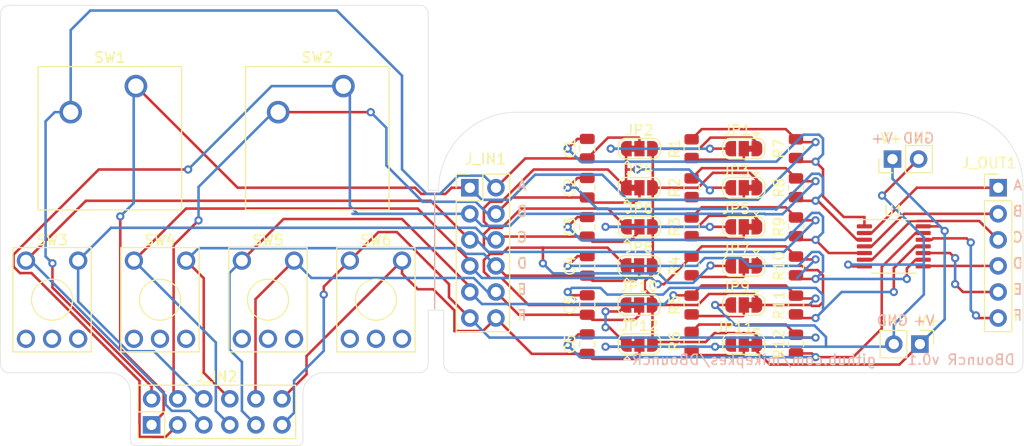
<source format=kicad_pcb>
(kicad_pcb (version 20171130) (host pcbnew "(5.1.10-1-10_14)")
  (layers (0 F.Cu signal) (31 B.Cu signal) (34 B.Paste user hide) (35 F.Paste user hide) (36 B.SilkS user) (37 F.SilkS user) (38 B.Mask user hide) (39 F.Mask user hide) (44 Edge.Cuts user))
  (net 0 "")
  (net 1 "Net-(C1-Pad2)")
  (net 2 "Net-(C2-Pad2)")
  (net 3 "Net-(C3-Pad2)")
  (net 4 "Net-(C4-Pad2)")
  (net 5 "Net-(C5-Pad2)")
  (net 6 "Net-(C6-Pad2)")
  (net 7 VCC)
  (net 8 "Net-(JP1-Pad2)")
  (net 9 GND)
  (net 10 "Net-(JP3-Pad2)")
  (net 11 "Net-(JP5-Pad2)")
  (net 12 "Net-(JP7-Pad2)")
  (net 13 "Net-(JP9-Pad2)")
  (net 14 "Net-(JP11-Pad2)")
  (net 15 BTNA)
  (net 16 BTNB)
  (net 17 BTNC)
  (net 18 BTND)
  (net 19 BTNE)
  (net 20 BTNF)
  (net 21 A)
  (net 22 B)
  (net 23 C)
  (net 24 D)
  (net 25 E)
  (net 26 F)
  (net 27 BTNA_V)
  (net 28 BTNB_V)
  (net 29 BTNC_V)
  (net 30 BTND_V)
  (net 31 BTNE_V)
  (net 32 BTNF_V)
  (module MountingHole:MountingHole_4.3mm_M4_ISO7380 (layer F.Cu) (at 123.952 96.266)
    (fp_text reference REF** hide)
    (fp_text value MountingHole_4.3mm_M4_ISO7380)
    (pad 1 np_thru_hole circle (at 0 0) (size 4.3 4.3) (drill 4.3) (layers *.Cu *.Mask))
  )
  (module MountingHole:MountingHole_4.3mm_M4_ISO7380 (layer F.Cu) (at 179.451 123.444)
    (fp_text reference REF** hide)
    (fp_text value MountingHole_4.3mm_M4_ISO7380)
    (pad 1 np_thru_hole circle (at 0 0) (size 4.3 4.3) (drill 4.3) (layers *.Cu *.Mask))
  )
  (module MountingHole:MountingHole_4.3mm_M4_ISO7380 (layer F.Cu) (at 111.252 96.266)
    (fp_text reference REF** hide)
    (fp_text value MountingHole_4.3mm_M4_ISO7380)
    (pad 1 np_thru_hole circle (at 0 0) (size 4.3 4.3) (drill 4.3) (layers *.Cu *.Mask))
  )
  (module MountingHole:MountingHole_4.3mm_M4_ISO7380 (layer F.Cu) (at 179.451 110.49)
    (fp_text reference REF** hide)
    (fp_text value MountingHole_4.3mm_M4_ISO7380)
    (pad 1 np_thru_hole circle (at 0 0) (size 4.3 4.3) (drill 4.3) (layers *.Cu *.Mask))
  )
  (module Connector_PinHeader_2.54mm:PinHeader_2x06_P2.54mm_Vertical (layer F.Cu) (at 111.252 133.604 90)
    (fp_text reference J_IN2 (at 4.699 6.35 180) (layer F.SilkS))
    (fp_text value Conn_02x06_Odd_Even)
    (pad 12 thru_hole oval (at 2.54 12.7 90) (size 1.7 1.7) (drill 1) (layers *.Cu *.Mask) (net 32 BTNF_V))
    (pad 11 thru_hole oval (at 0 12.7 90) (size 1.7 1.7) (drill 1) (layers *.Cu *.Mask) (net 20 BTNF))
    (pad 10 thru_hole oval (at 2.54 10.16 90) (size 1.7 1.7) (drill 1) (layers *.Cu *.Mask) (net 31 BTNE_V))
    (pad 9 thru_hole oval (at 0 10.16 90) (size 1.7 1.7) (drill 1) (layers *.Cu *.Mask) (net 19 BTNE))
    (pad 8 thru_hole oval (at 2.54 7.62 90) (size 1.7 1.7) (drill 1) (layers *.Cu *.Mask) (net 30 BTND_V))
    (pad 7 thru_hole oval (at 0 7.62 90) (size 1.7 1.7) (drill 1) (layers *.Cu *.Mask) (net 18 BTND))
    (pad 6 thru_hole oval (at 2.54 5.08 90) (size 1.7 1.7) (drill 1) (layers *.Cu *.Mask) (net 29 BTNC_V))
    (pad 5 thru_hole oval (at 0 5.08 90) (size 1.7 1.7) (drill 1) (layers *.Cu *.Mask) (net 17 BTNC))
    (pad 4 thru_hole oval (at 2.54 2.54 90) (size 1.7 1.7) (drill 1) (layers *.Cu *.Mask) (net 28 BTNB_V))
    (pad 3 thru_hole oval (at 0 2.54 90) (size 1.7 1.7) (drill 1) (layers *.Cu *.Mask) (net 16 BTNB))
    (pad 2 thru_hole oval (at 2.54 0 90) (size 1.7 1.7) (drill 1) (layers *.Cu *.Mask) (net 27 BTNA_V))
    (pad 1 thru_hole rect (at 0 0 90) (size 1.7 1.7) (drill 1) (layers *.Cu *.Mask) (net 15 BTNA))
  )
  (module Button_Switch_THT:KSA_Tactile_SPST (layer F.Cu) (at 130.556 117.594)
    (fp_text reference SW6 (at 2.54 -2) (layer F.SilkS))
    (fp_text value SW_SPST)
    (pad 5 thru_hole circle (at 0 7.62) (size 1.778 1.778) (drill 1.143) (layers *.Cu *.Mask))
    (pad 4 thru_hole circle (at 2.54 7.62) (size 1.778 1.778) (drill 1.143) (layers *.Cu *.Mask))
    (pad 3 thru_hole circle (at 5.08 7.62) (size 1.778 1.778) (drill 1.143) (layers *.Cu *.Mask))
    (pad 2 thru_hole circle (at 5.08 0) (size 1.778 1.778) (drill 1.143) (layers *.Cu *.Mask) (net 32 BTNF_V))
    (pad 1 thru_hole circle (at 0 0) (size 1.778 1.778) (drill 1.143) (layers *.Cu *.Mask) (net 20 BTNF))
  )
  (module Button_Switch_THT:KSA_Tactile_SPST (layer F.Cu) (at 120.045 117.594)
    (fp_text reference SW5 (at 2.54 -2) (layer F.SilkS))
    (fp_text value SW_SPST)
    (pad 5 thru_hole circle (at 0 7.62) (size 1.778 1.778) (drill 1.143) (layers *.Cu *.Mask))
    (pad 4 thru_hole circle (at 2.54 7.62) (size 1.778 1.778) (drill 1.143) (layers *.Cu *.Mask))
    (pad 3 thru_hole circle (at 5.08 7.62) (size 1.778 1.778) (drill 1.143) (layers *.Cu *.Mask))
    (pad 2 thru_hole circle (at 5.08 0) (size 1.778 1.778) (drill 1.143) (layers *.Cu *.Mask) (net 31 BTNE_V))
    (pad 1 thru_hole circle (at 0 0) (size 1.778 1.778) (drill 1.143) (layers *.Cu *.Mask) (net 19 BTNE))
  )
  (module Button_Switch_THT:KSA_Tactile_SPST (layer F.Cu) (at 109.534 117.594)
    (fp_text reference SW4 (at 2.54 -2) (layer F.SilkS))
    (fp_text value SW_SPST)
    (pad 5 thru_hole circle (at 0 7.62) (size 1.778 1.778) (drill 1.143) (layers *.Cu *.Mask))
    (pad 4 thru_hole circle (at 2.54 7.62) (size 1.778 1.778) (drill 1.143) (layers *.Cu *.Mask))
    (pad 3 thru_hole circle (at 5.08 7.62) (size 1.778 1.778) (drill 1.143) (layers *.Cu *.Mask))
    (pad 2 thru_hole circle (at 5.08 0) (size 1.778 1.778) (drill 1.143) (layers *.Cu *.Mask) (net 30 BTND_V))
    (pad 1 thru_hole circle (at 0 0) (size 1.778 1.778) (drill 1.143) (layers *.Cu *.Mask) (net 18 BTND))
  )
  (module Button_Switch_THT:KSA_Tactile_SPST (layer F.Cu) (at 99.023 117.594)
    (fp_text reference SW3 (at 2.54 -2) (layer F.SilkS))
    (fp_text value SW_SPST)
    (pad 5 thru_hole circle (at 0 7.62) (size 1.778 1.778) (drill 1.143) (layers *.Cu *.Mask))
    (pad 4 thru_hole circle (at 2.54 7.62) (size 1.778 1.778) (drill 1.143) (layers *.Cu *.Mask))
    (pad 3 thru_hole circle (at 5.08 7.62) (size 1.778 1.778) (drill 1.143) (layers *.Cu *.Mask))
    (pad 2 thru_hole circle (at 5.08 0) (size 1.778 1.778) (drill 1.143) (layers *.Cu *.Mask) (net 29 BTNC_V))
    (pad 1 thru_hole circle (at 0 0) (size 1.778 1.778) (drill 1.143) (layers *.Cu *.Mask) (net 17 BTNC))
  )
  (module Button_Switch_Keyboard:SW_Cherry_MX_1.00u_PCB (layer F.Cu) (at 129.928 100.584)
    (fp_text reference SW2 (at -2.54 -2.794) (layer F.SilkS))
    (fp_text value SW_SPST)
    (pad "" np_thru_hole circle (at 2.54 5.08) (size 1.7 1.7) (drill 1.7) (layers *.Cu *.Mask))
    (pad "" np_thru_hole circle (at -7.62 5.08) (size 1.7 1.7) (drill 1.7) (layers *.Cu *.Mask))
    (pad "" np_thru_hole circle (at -2.54 5.08) (size 4 4) (drill 4) (layers *.Cu *.Mask))
    (pad 2 thru_hole circle (at -6.35 2.54) (size 2.2 2.2) (drill 1.5) (layers *.Cu *.Mask) (net 28 BTNB_V))
    (pad 1 thru_hole circle (at 0 0) (size 2.2 2.2) (drill 1.5) (layers *.Cu *.Mask) (net 16 BTNB))
  )
  (module Button_Switch_Keyboard:SW_Cherry_MX_1.00u_PCB (layer F.Cu) (at 109.728 100.584)
    (fp_text reference SW1 (at -2.54 -2.794) (layer F.SilkS))
    (fp_text value SW_SPST)
    (pad "" np_thru_hole circle (at 2.54 5.08) (size 1.7 1.7) (drill 1.7) (layers *.Cu *.Mask))
    (pad "" np_thru_hole circle (at -7.62 5.08) (size 1.7 1.7) (drill 1.7) (layers *.Cu *.Mask))
    (pad "" np_thru_hole circle (at -2.54 5.08) (size 4 4) (drill 4) (layers *.Cu *.Mask))
    (pad 2 thru_hole circle (at -6.35 2.54) (size 2.2 2.2) (drill 1.5) (layers *.Cu *.Mask) (net 27 BTNA_V))
    (pad 1 thru_hole circle (at 0 0) (size 2.2 2.2) (drill 1.5) (layers *.Cu *.Mask) (net 15 BTNA))
  )
  (module Connector_PinHeader_2.54mm:PinHeader_1x02_P2.54mm_Vertical (layer F.Cu) (at 183.388 107.696 90)
    (fp_text reference J_PWR2 hide)
    (fp_text value Conn_01x02)
    (pad 2 thru_hole oval (at 0 2.54 90) (size 1.7 1.7) (drill 1) (layers *.Cu *.Mask) (net 9 GND))
    (pad 1 thru_hole rect (at 0 0 90) (size 1.7 1.7) (drill 1) (layers *.Cu *.Mask) (net 7 VCC))
  )
  (module Connector_PinHeader_2.54mm:PinHeader_2x06_P2.54mm_Vertical (layer F.Cu) (at 142.24 110.49)
    (fp_text reference J_IN1 (at 1.524 -2.794) (layer F.SilkS))
    (fp_text value Conn_02x06_Odd_Even)
    (pad 12 thru_hole oval (at 2.54 12.7) (size 1.7 1.7) (drill 1) (layers *.Cu *.Mask) (net 32 BTNF_V))
    (pad 11 thru_hole oval (at 0 12.7) (size 1.7 1.7) (drill 1) (layers *.Cu *.Mask) (net 20 BTNF))
    (pad 10 thru_hole oval (at 2.54 10.16) (size 1.7 1.7) (drill 1) (layers *.Cu *.Mask) (net 31 BTNE_V))
    (pad 9 thru_hole oval (at 0 10.16) (size 1.7 1.7) (drill 1) (layers *.Cu *.Mask) (net 19 BTNE))
    (pad 8 thru_hole oval (at 2.54 7.62) (size 1.7 1.7) (drill 1) (layers *.Cu *.Mask) (net 30 BTND_V))
    (pad 7 thru_hole oval (at 0 7.62) (size 1.7 1.7) (drill 1) (layers *.Cu *.Mask) (net 18 BTND))
    (pad 6 thru_hole oval (at 2.54 5.08) (size 1.7 1.7) (drill 1) (layers *.Cu *.Mask) (net 29 BTNC_V))
    (pad 5 thru_hole oval (at 0 5.08) (size 1.7 1.7) (drill 1) (layers *.Cu *.Mask) (net 17 BTNC))
    (pad 4 thru_hole oval (at 2.54 2.54) (size 1.7 1.7) (drill 1) (layers *.Cu *.Mask) (net 28 BTNB_V))
    (pad 3 thru_hole oval (at 0 2.54) (size 1.7 1.7) (drill 1) (layers *.Cu *.Mask) (net 16 BTNB))
    (pad 2 thru_hole oval (at 2.54 0) (size 1.7 1.7) (drill 1) (layers *.Cu *.Mask) (net 27 BTNA_V))
    (pad 1 thru_hole rect (at 0 0) (size 1.7 1.7) (drill 1) (layers *.Cu *.Mask) (net 15 BTNA))
  )
  (module Connector_PinHeader_2.54mm:PinHeader_1x02_P2.54mm_Vertical (layer F.Cu) (at 186.055 125.73 270)
    (fp_text reference J_PWR1 hide)
    (fp_text value Conn_01x02)
    (pad 2 thru_hole oval (at 0 2.54 270) (size 1.7 1.7) (drill 1) (layers *.Cu *.Mask) (net 9 GND))
    (pad 1 thru_hole rect (at 0 0 270) (size 1.7 1.7) (drill 1) (layers *.Cu *.Mask) (net 7 VCC))
  )
  (module Connector_PinHeader_2.54mm:PinHeader_1x06_P2.54mm_Vertical (layer F.Cu) (at 193.675 110.49)
    (fp_text reference J_OUT1 (at -0.889 -2.413) (layer F.SilkS))
    (fp_text value Conn_01x06)
    (pad 6 thru_hole oval (at 0 12.7) (size 1.7 1.7) (drill 1) (layers *.Cu *.Mask) (net 26 F))
    (pad 5 thru_hole oval (at 0 10.16) (size 1.7 1.7) (drill 1) (layers *.Cu *.Mask) (net 25 E))
    (pad 4 thru_hole oval (at 0 7.62) (size 1.7 1.7) (drill 1) (layers *.Cu *.Mask) (net 24 D))
    (pad 3 thru_hole oval (at 0 5.08) (size 1.7 1.7) (drill 1) (layers *.Cu *.Mask) (net 23 C))
    (pad 2 thru_hole oval (at 0 2.54) (size 1.7 1.7) (drill 1) (layers *.Cu *.Mask) (net 22 B))
    (pad 1 thru_hole rect (at 0 0) (size 1.7 1.7) (drill 1) (layers *.Cu *.Mask) (net 21 A))
  )
  (module Package_SO:TSSOP-14_4.4x5mm_P0.65mm (layer F.Cu) (at 183.515 116.205)
    (fp_text reference U1 (at 0 -3.45) (layer F.SilkS))
    (fp_text value 74HC14)
    (pad 14 smd roundrect (at 2.8625 -1.95) (size 1.475 0.4) (layers F.Cu F.Paste F.Mask) (net 7 VCC))
    (pad 13 smd roundrect (at 2.8625 -1.3) (size 1.475 0.4) (layers F.Cu F.Paste F.Mask) (net 6 "Net-(C6-Pad2)"))
    (pad 12 smd roundrect (at 2.8625 -0.65) (size 1.475 0.4) (layers F.Cu F.Paste F.Mask) (net 26 F))
    (pad 11 smd roundrect (at 2.8625 0) (size 1.475 0.4) (layers F.Cu F.Paste F.Mask) (net 5 "Net-(C5-Pad2)"))
    (pad 10 smd roundrect (at 2.8625 0.65) (size 1.475 0.4) (layers F.Cu F.Paste F.Mask) (net 25 E))
    (pad 9 smd roundrect (at 2.8625 1.3) (size 1.475 0.4) (layers F.Cu F.Paste F.Mask) (net 4 "Net-(C4-Pad2)"))
    (pad 8 smd roundrect (at 2.8625 1.95) (size 1.475 0.4) (layers F.Cu F.Paste F.Mask) (net 24 D))
    (pad 7 smd roundrect (at -2.8625 1.95) (size 1.475 0.4) (layers F.Cu F.Paste F.Mask) (net 9 GND))
    (pad 6 smd roundrect (at -2.8625 1.3) (size 1.475 0.4) (layers F.Cu F.Paste F.Mask) (net 23 C))
    (pad 5 smd roundrect (at -2.8625 0.65) (size 1.475 0.4) (layers F.Cu F.Paste F.Mask) (net 3 "Net-(C3-Pad2)"))
    (pad 4 smd roundrect (at -2.8625 0) (size 1.475 0.4) (layers F.Cu F.Paste F.Mask) (net 22 B))
    (pad 3 smd roundrect (at -2.8625 -0.65) (size 1.475 0.4) (layers F.Cu F.Paste F.Mask) (net 2 "Net-(C2-Pad2)"))
    (pad 2 smd roundrect (at -2.8625 -1.3) (size 1.475 0.4) (layers F.Cu F.Paste F.Mask) (net 21 A))
    (pad 1 smd roundrect (at -2.8625 -1.95) (size 1.475 0.4) (layers F.Cu F.Paste F.Mask) (net 1 "Net-(C1-Pad2)"))
  )
  (module Resistor_SMD:R_0805_2012Metric (layer F.Cu) (at 173.99 125.73 90)
    (fp_text reference R12 (at 0 -1.65 90) (layer F.SilkS))
    (fp_text value R_US)
    (pad 2 smd roundrect (at 0.9125 0 90) (size 1.025 1.4) (layers F.Cu F.Paste F.Mask) (roundrect_rratio 0.2439004878048781) (net 20 BTNF))
    (pad 1 smd roundrect (at -0.9125 0 90) (size 1.025 1.4) (layers F.Cu F.Paste F.Mask) (roundrect_rratio 0.2439004878048781) (net 6 "Net-(C6-Pad2)"))
  )
  (module Resistor_SMD:R_0805_2012Metric (layer F.Cu) (at 173.99 121.92 90)
    (fp_text reference R11 (at 0 -1.65 90) (layer F.SilkS))
    (fp_text value R_US)
    (pad 2 smd roundrect (at 0.9125 0 90) (size 1.025 1.4) (layers F.Cu F.Paste F.Mask) (roundrect_rratio 0.2439004878048781) (net 19 BTNE))
    (pad 1 smd roundrect (at -0.9125 0 90) (size 1.025 1.4) (layers F.Cu F.Paste F.Mask) (roundrect_rratio 0.2439004878048781) (net 5 "Net-(C5-Pad2)"))
  )
  (module Resistor_SMD:R_0805_2012Metric (layer F.Cu) (at 173.99 118.11 90)
    (fp_text reference R10 (at 0 -1.65 90) (layer F.SilkS))
    (fp_text value R_US)
    (pad 2 smd roundrect (at 0.9125 0 90) (size 1.025 1.4) (layers F.Cu F.Paste F.Mask) (roundrect_rratio 0.2439004878048781) (net 18 BTND))
    (pad 1 smd roundrect (at -0.9125 0 90) (size 1.025 1.4) (layers F.Cu F.Paste F.Mask) (roundrect_rratio 0.2439004878048781) (net 4 "Net-(C4-Pad2)"))
  )
  (module Resistor_SMD:R_0805_2012Metric (layer F.Cu) (at 173.99 114.3 90)
    (fp_text reference R9 (at 0 -1.65 90) (layer F.SilkS))
    (fp_text value R_US)
    (pad 2 smd roundrect (at 0.9125 0 90) (size 1.025 1.4) (layers F.Cu F.Paste F.Mask) (roundrect_rratio 0.2439004878048781) (net 17 BTNC))
    (pad 1 smd roundrect (at -0.9125 0 90) (size 1.025 1.4) (layers F.Cu F.Paste F.Mask) (roundrect_rratio 0.2439004878048781) (net 3 "Net-(C3-Pad2)"))
  )
  (module Resistor_SMD:R_0805_2012Metric (layer F.Cu) (at 173.99 110.49 90)
    (fp_text reference R8 (at 0 -1.65 90) (layer F.SilkS))
    (fp_text value R_US)
    (pad 2 smd roundrect (at 0.9125 0 90) (size 1.025 1.4) (layers F.Cu F.Paste F.Mask) (roundrect_rratio 0.2439004878048781) (net 16 BTNB))
    (pad 1 smd roundrect (at -0.9125 0 90) (size 1.025 1.4) (layers F.Cu F.Paste F.Mask) (roundrect_rratio 0.2439004878048781) (net 2 "Net-(C2-Pad2)"))
  )
  (module Resistor_SMD:R_0805_2012Metric (layer F.Cu) (at 173.99 106.68 90)
    (fp_text reference R7 (at 0 -1.65 90) (layer F.SilkS))
    (fp_text value R_US)
    (pad 2 smd roundrect (at 0.9125 0 90) (size 1.025 1.4) (layers F.Cu F.Paste F.Mask) (roundrect_rratio 0.2439004878048781) (net 15 BTNA))
    (pad 1 smd roundrect (at -0.9125 0 90) (size 1.025 1.4) (layers F.Cu F.Paste F.Mask) (roundrect_rratio 0.2439004878048781) (net 1 "Net-(C1-Pad2)"))
  )
  (module Resistor_SMD:R_0805_2012Metric (layer F.Cu) (at 163.83 125.4525 90)
    (fp_text reference R6 (at 0 -1.65 90) (layer F.SilkS))
    (fp_text value R_US)
    (pad 2 smd roundrect (at 0.9125 0 90) (size 1.025 1.4) (layers F.Cu F.Paste F.Mask) (roundrect_rratio 0.2439004878048781) (net 20 BTNF))
    (pad 1 smd roundrect (at -0.9125 0 90) (size 1.025 1.4) (layers F.Cu F.Paste F.Mask) (roundrect_rratio 0.2439004878048781) (net 14 "Net-(JP11-Pad2)"))
  )
  (module Resistor_SMD:R_0805_2012Metric (layer F.Cu) (at 163.83 121.92 90)
    (fp_text reference R5 (at 0 -1.65 90) (layer F.SilkS))
    (fp_text value R_US)
    (pad 2 smd roundrect (at 0.9125 0 90) (size 1.025 1.4) (layers F.Cu F.Paste F.Mask) (roundrect_rratio 0.2439004878048781) (net 19 BTNE))
    (pad 1 smd roundrect (at -0.9125 0 90) (size 1.025 1.4) (layers F.Cu F.Paste F.Mask) (roundrect_rratio 0.2439004878048781) (net 13 "Net-(JP9-Pad2)"))
  )
  (module Resistor_SMD:R_0805_2012Metric (layer F.Cu) (at 163.83 118.11 90)
    (fp_text reference R4 (at 0 -1.65 90) (layer F.SilkS))
    (fp_text value R_US)
    (pad 2 smd roundrect (at 0.9125 0 90) (size 1.025 1.4) (layers F.Cu F.Paste F.Mask) (roundrect_rratio 0.2439004878048781) (net 18 BTND))
    (pad 1 smd roundrect (at -0.9125 0 90) (size 1.025 1.4) (layers F.Cu F.Paste F.Mask) (roundrect_rratio 0.2439004878048781) (net 12 "Net-(JP7-Pad2)"))
  )
  (module Resistor_SMD:R_0805_2012Metric (layer F.Cu) (at 163.83 114.3 90)
    (fp_text reference R3 (at 0 -1.65 90) (layer F.SilkS))
    (fp_text value R_US)
    (pad 2 smd roundrect (at 0.9125 0 90) (size 1.025 1.4) (layers F.Cu F.Paste F.Mask) (roundrect_rratio 0.2439004878048781) (net 17 BTNC))
    (pad 1 smd roundrect (at -0.9125 0 90) (size 1.025 1.4) (layers F.Cu F.Paste F.Mask) (roundrect_rratio 0.2439004878048781) (net 11 "Net-(JP5-Pad2)"))
  )
  (module Resistor_SMD:R_0805_2012Metric (layer F.Cu) (at 163.83 110.49 90)
    (fp_text reference R2 (at 0 -1.65 90) (layer F.SilkS))
    (fp_text value R_US)
    (pad 2 smd roundrect (at 0.9125 0 90) (size 1.025 1.4) (layers F.Cu F.Paste F.Mask) (roundrect_rratio 0.2439004878048781) (net 16 BTNB))
    (pad 1 smd roundrect (at -0.9125 0 90) (size 1.025 1.4) (layers F.Cu F.Paste F.Mask) (roundrect_rratio 0.2439004878048781) (net 10 "Net-(JP3-Pad2)"))
  )
  (module Resistor_SMD:R_0805_2012Metric (layer F.Cu) (at 163.83 106.68 90)
    (fp_text reference R1 (at 0 -1.65 90) (layer F.SilkS))
    (fp_text value R_US)
    (pad 2 smd roundrect (at 0.9125 0 90) (size 1.025 1.4) (layers F.Cu F.Paste F.Mask) (roundrect_rratio 0.2439004878048781) (net 15 BTNA))
    (pad 1 smd roundrect (at -0.9125 0 90) (size 1.025 1.4) (layers F.Cu F.Paste F.Mask) (roundrect_rratio 0.2439004878048781) (net 8 "Net-(JP1-Pad2)"))
  )
  (module Jumper:SolderJumper-3_P1.3mm_Bridged12_RoundedPad1.0x1.5mm (layer F.Cu) (at 158.75 125.73)
    (fp_text reference JP12 (at 0 -1.8) (layer F.SilkS))
    (fp_text value FilterSelector)
    (fp_poly (pts (xy -0.9 -0.3) (xy -0.4 -0.3) (xy -0.4 0.3) (xy -0.9 0.3)) (layer F.Cu) (width 0))
    (pad 1 smd custom (at -1.3 0) (size 1 0.5) (layers F.Cu F.Mask) (net 9 GND) (options (clearance outline) (anchor rect)) (primitives (gr_circle (center 0 0.25) (end 0.5 0.25) (width 0)) (gr_circle (center 0 -0.25) (end 0.5 -0.25) (width 0)) (gr_poly (pts (xy 0.55 -0.75) (xy 0 -0.75) (xy 0 0.75) (xy 0.55 0.75)) (width 0))))
    (pad 2 smd rect (at 0 0) (size 1 1.5) (layers F.Cu F.Mask) (net 32 BTNF_V))
    (pad 3 smd custom (at 1.3 0) (size 1 0.5) (layers F.Cu F.Mask) (net 7 VCC) (options (clearance outline) (anchor rect)) (primitives (gr_circle (center 0 0.25) (end 0.5 0.25) (width 0)) (gr_circle (center 0 -0.25) (end 0.5 -0.25) (width 0)) (gr_poly (pts (xy -0.55 -0.75) (xy 0 -0.75) (xy 0 0.75) (xy -0.55 0.75)) (width 0))))
  )
  (module Jumper:SolderJumper-3_P1.3mm_Bridged12_RoundedPad1.0x1.5mm (layer F.Cu) (at 168.91 125.73 180)
    (fp_text reference JP11 (at 0.889 1.651) (layer F.SilkS))
    (fp_text value RestSelector)
    (fp_poly (pts (xy -0.9 -0.3) (xy -0.4 -0.3) (xy -0.4 0.3) (xy -0.9 0.3)) (layer F.Cu) (width 0))
    (pad 1 smd custom (at -1.3 0 180) (size 1 0.5) (layers F.Cu F.Mask) (net 7 VCC) (options (clearance outline) (anchor rect)) (primitives (gr_circle (center 0 0.25) (end 0.5 0.25) (width 0)) (gr_circle (center 0 -0.25) (end 0.5 -0.25) (width 0)) (gr_poly (pts (xy 0.55 -0.75) (xy 0 -0.75) (xy 0 0.75) (xy 0.55 0.75)) (width 0))))
    (pad 2 smd rect (at 0 0 180) (size 1 1.5) (layers F.Cu F.Mask) (net 14 "Net-(JP11-Pad2)"))
    (pad 3 smd custom (at 1.3 0 180) (size 1 0.5) (layers F.Cu F.Mask) (net 9 GND) (options (clearance outline) (anchor rect)) (primitives (gr_circle (center 0 0.25) (end 0.5 0.25) (width 0)) (gr_circle (center 0 -0.25) (end 0.5 -0.25) (width 0)) (gr_poly (pts (xy -0.55 -0.75) (xy 0 -0.75) (xy 0 0.75) (xy -0.55 0.75)) (width 0))))
  )
  (module Jumper:SolderJumper-3_P1.3mm_Bridged12_RoundedPad1.0x1.5mm (layer F.Cu) (at 158.72 121.92)
    (fp_text reference JP10 (at 0 -1.8) (layer F.SilkS))
    (fp_text value FilterSelector)
    (fp_poly (pts (xy -0.9 -0.3) (xy -0.4 -0.3) (xy -0.4 0.3) (xy -0.9 0.3)) (layer F.Cu) (width 0))
    (pad 1 smd custom (at -1.3 0) (size 1 0.5) (layers F.Cu F.Mask) (net 9 GND) (options (clearance outline) (anchor rect)) (primitives (gr_circle (center 0 0.25) (end 0.5 0.25) (width 0)) (gr_circle (center 0 -0.25) (end 0.5 -0.25) (width 0)) (gr_poly (pts (xy 0.55 -0.75) (xy 0 -0.75) (xy 0 0.75) (xy 0.55 0.75)) (width 0))))
    (pad 2 smd rect (at 0 0) (size 1 1.5) (layers F.Cu F.Mask) (net 31 BTNE_V))
    (pad 3 smd custom (at 1.3 0) (size 1 0.5) (layers F.Cu F.Mask) (net 7 VCC) (options (clearance outline) (anchor rect)) (primitives (gr_circle (center 0 0.25) (end 0.5 0.25) (width 0)) (gr_circle (center 0 -0.25) (end 0.5 -0.25) (width 0)) (gr_poly (pts (xy -0.55 -0.75) (xy 0 -0.75) (xy 0 0.75) (xy -0.55 0.75)) (width 0))))
  )
  (module Jumper:SolderJumper-3_P1.3mm_Bridged12_RoundedPad1.0x1.5mm (layer F.Cu) (at 168.91 121.92 180)
    (fp_text reference JP9 (at 0.762 1.778) (layer F.SilkS))
    (fp_text value RestSelector)
    (fp_poly (pts (xy -0.9 -0.3) (xy -0.4 -0.3) (xy -0.4 0.3) (xy -0.9 0.3)) (layer F.Cu) (width 0))
    (pad 1 smd custom (at -1.3 0 180) (size 1 0.5) (layers F.Cu F.Mask) (net 7 VCC) (options (clearance outline) (anchor rect)) (primitives (gr_circle (center 0 0.25) (end 0.5 0.25) (width 0)) (gr_circle (center 0 -0.25) (end 0.5 -0.25) (width 0)) (gr_poly (pts (xy 0.55 -0.75) (xy 0 -0.75) (xy 0 0.75) (xy 0.55 0.75)) (width 0))))
    (pad 2 smd rect (at 0 0 180) (size 1 1.5) (layers F.Cu F.Mask) (net 13 "Net-(JP9-Pad2)"))
    (pad 3 smd custom (at 1.3 0 180) (size 1 0.5) (layers F.Cu F.Mask) (net 9 GND) (options (clearance outline) (anchor rect)) (primitives (gr_circle (center 0 0.25) (end 0.5 0.25) (width 0)) (gr_circle (center 0 -0.25) (end 0.5 -0.25) (width 0)) (gr_poly (pts (xy -0.55 -0.75) (xy 0 -0.75) (xy 0 0.75) (xy -0.55 0.75)) (width 0))))
  )
  (module Jumper:SolderJumper-3_P1.3mm_Bridged12_RoundedPad1.0x1.5mm (layer F.Cu) (at 158.72 118.11)
    (fp_text reference JP8 (at 0 -1.8) (layer F.SilkS))
    (fp_text value FilterSelector)
    (fp_poly (pts (xy -0.9 -0.3) (xy -0.4 -0.3) (xy -0.4 0.3) (xy -0.9 0.3)) (layer F.Cu) (width 0))
    (pad 1 smd custom (at -1.3 0) (size 1 0.5) (layers F.Cu F.Mask) (net 9 GND) (options (clearance outline) (anchor rect)) (primitives (gr_circle (center 0 0.25) (end 0.5 0.25) (width 0)) (gr_circle (center 0 -0.25) (end 0.5 -0.25) (width 0)) (gr_poly (pts (xy 0.55 -0.75) (xy 0 -0.75) (xy 0 0.75) (xy 0.55 0.75)) (width 0))))
    (pad 2 smd rect (at 0 0) (size 1 1.5) (layers F.Cu F.Mask) (net 30 BTND_V))
    (pad 3 smd custom (at 1.3 0) (size 1 0.5) (layers F.Cu F.Mask) (net 7 VCC) (options (clearance outline) (anchor rect)) (primitives (gr_circle (center 0 0.25) (end 0.5 0.25) (width 0)) (gr_circle (center 0 -0.25) (end 0.5 -0.25) (width 0)) (gr_poly (pts (xy -0.55 -0.75) (xy 0 -0.75) (xy 0 0.75) (xy -0.55 0.75)) (width 0))))
  )
  (module Jumper:SolderJumper-3_P1.3mm_Bridged12_RoundedPad1.0x1.5mm (layer F.Cu) (at 168.91 118.11 180)
    (fp_text reference JP7 (at 0.762 1.651) (layer F.SilkS))
    (fp_text value RestSelector)
    (fp_poly (pts (xy -0.9 -0.3) (xy -0.4 -0.3) (xy -0.4 0.3) (xy -0.9 0.3)) (layer F.Cu) (width 0))
    (pad 1 smd custom (at -1.3 0 180) (size 1 0.5) (layers F.Cu F.Mask) (net 7 VCC) (options (clearance outline) (anchor rect)) (primitives (gr_circle (center 0 0.25) (end 0.5 0.25) (width 0)) (gr_circle (center 0 -0.25) (end 0.5 -0.25) (width 0)) (gr_poly (pts (xy 0.55 -0.75) (xy 0 -0.75) (xy 0 0.75) (xy 0.55 0.75)) (width 0))))
    (pad 2 smd rect (at 0 0 180) (size 1 1.5) (layers F.Cu F.Mask) (net 12 "Net-(JP7-Pad2)"))
    (pad 3 smd custom (at 1.3 0 180) (size 1 0.5) (layers F.Cu F.Mask) (net 9 GND) (options (clearance outline) (anchor rect)) (primitives (gr_circle (center 0 0.25) (end 0.5 0.25) (width 0)) (gr_circle (center 0 -0.25) (end 0.5 -0.25) (width 0)) (gr_poly (pts (xy -0.55 -0.75) (xy 0 -0.75) (xy 0 0.75) (xy -0.55 0.75)) (width 0))))
  )
  (module Jumper:SolderJumper-3_P1.3mm_Bridged12_RoundedPad1.0x1.5mm (layer F.Cu) (at 158.75 114.3)
    (fp_text reference JP6 (at 0 -1.8) (layer F.SilkS))
    (fp_text value FilterSelector)
    (fp_poly (pts (xy -0.9 -0.3) (xy -0.4 -0.3) (xy -0.4 0.3) (xy -0.9 0.3)) (layer F.Cu) (width 0))
    (pad 1 smd custom (at -1.3 0) (size 1 0.5) (layers F.Cu F.Mask) (net 9 GND) (options (clearance outline) (anchor rect)) (primitives (gr_circle (center 0 0.25) (end 0.5 0.25) (width 0)) (gr_circle (center 0 -0.25) (end 0.5 -0.25) (width 0)) (gr_poly (pts (xy 0.55 -0.75) (xy 0 -0.75) (xy 0 0.75) (xy 0.55 0.75)) (width 0))))
    (pad 2 smd rect (at 0 0) (size 1 1.5) (layers F.Cu F.Mask) (net 29 BTNC_V))
    (pad 3 smd custom (at 1.3 0) (size 1 0.5) (layers F.Cu F.Mask) (net 7 VCC) (options (clearance outline) (anchor rect)) (primitives (gr_circle (center 0 0.25) (end 0.5 0.25) (width 0)) (gr_circle (center 0 -0.25) (end 0.5 -0.25) (width 0)) (gr_poly (pts (xy -0.55 -0.75) (xy 0 -0.75) (xy 0 0.75) (xy -0.55 0.75)) (width 0))))
  )
  (module Jumper:SolderJumper-3_P1.3mm_Bridged12_RoundedPad1.0x1.5mm (layer F.Cu) (at 168.91 114.3 180)
    (fp_text reference JP5 (at 0.762 1.778) (layer F.SilkS))
    (fp_text value RestSelector)
    (fp_poly (pts (xy -0.9 -0.3) (xy -0.4 -0.3) (xy -0.4 0.3) (xy -0.9 0.3)) (layer F.Cu) (width 0))
    (pad 1 smd custom (at -1.3 0 180) (size 1 0.5) (layers F.Cu F.Mask) (net 7 VCC) (options (clearance outline) (anchor rect)) (primitives (gr_circle (center 0 0.25) (end 0.5 0.25) (width 0)) (gr_circle (center 0 -0.25) (end 0.5 -0.25) (width 0)) (gr_poly (pts (xy 0.55 -0.75) (xy 0 -0.75) (xy 0 0.75) (xy 0.55 0.75)) (width 0))))
    (pad 2 smd rect (at 0 0 180) (size 1 1.5) (layers F.Cu F.Mask) (net 11 "Net-(JP5-Pad2)"))
    (pad 3 smd custom (at 1.3 0 180) (size 1 0.5) (layers F.Cu F.Mask) (net 9 GND) (options (clearance outline) (anchor rect)) (primitives (gr_circle (center 0 0.25) (end 0.5 0.25) (width 0)) (gr_circle (center 0 -0.25) (end 0.5 -0.25) (width 0)) (gr_poly (pts (xy -0.55 -0.75) (xy 0 -0.75) (xy 0 0.75) (xy -0.55 0.75)) (width 0))))
  )
  (module Jumper:SolderJumper-3_P1.3mm_Bridged12_RoundedPad1.0x1.5mm (layer F.Cu) (at 158.75 110.49)
    (fp_text reference JP4 (at 0 -1.8) (layer F.SilkS))
    (fp_text value FilterSelector)
    (fp_poly (pts (xy -0.9 -0.3) (xy -0.4 -0.3) (xy -0.4 0.3) (xy -0.9 0.3)) (layer F.Cu) (width 0))
    (pad 1 smd custom (at -1.3 0) (size 1 0.5) (layers F.Cu F.Mask) (net 9 GND) (options (clearance outline) (anchor rect)) (primitives (gr_circle (center 0 0.25) (end 0.5 0.25) (width 0)) (gr_circle (center 0 -0.25) (end 0.5 -0.25) (width 0)) (gr_poly (pts (xy 0.55 -0.75) (xy 0 -0.75) (xy 0 0.75) (xy 0.55 0.75)) (width 0))))
    (pad 2 smd rect (at 0 0) (size 1 1.5) (layers F.Cu F.Mask) (net 28 BTNB_V))
    (pad 3 smd custom (at 1.3 0) (size 1 0.5) (layers F.Cu F.Mask) (net 7 VCC) (options (clearance outline) (anchor rect)) (primitives (gr_circle (center 0 0.25) (end 0.5 0.25) (width 0)) (gr_circle (center 0 -0.25) (end 0.5 -0.25) (width 0)) (gr_poly (pts (xy -0.55 -0.75) (xy 0 -0.75) (xy 0 0.75) (xy -0.55 0.75)) (width 0))))
  )
  (module Jumper:SolderJumper-3_P1.3mm_Bridged12_RoundedPad1.0x1.5mm (layer F.Cu) (at 168.91 110.49 180)
    (fp_text reference JP3 (at 0.762 1.651) (layer F.SilkS))
    (fp_text value RestSelector)
    (fp_poly (pts (xy -0.9 -0.3) (xy -0.4 -0.3) (xy -0.4 0.3) (xy -0.9 0.3)) (layer F.Cu) (width 0))
    (pad 1 smd custom (at -1.3 0 180) (size 1 0.5) (layers F.Cu F.Mask) (net 7 VCC) (options (clearance outline) (anchor rect)) (primitives (gr_circle (center 0 0.25) (end 0.5 0.25) (width 0)) (gr_circle (center 0 -0.25) (end 0.5 -0.25) (width 0)) (gr_poly (pts (xy 0.55 -0.75) (xy 0 -0.75) (xy 0 0.75) (xy 0.55 0.75)) (width 0))))
    (pad 2 smd rect (at 0 0 180) (size 1 1.5) (layers F.Cu F.Mask) (net 10 "Net-(JP3-Pad2)"))
    (pad 3 smd custom (at 1.3 0 180) (size 1 0.5) (layers F.Cu F.Mask) (net 9 GND) (options (clearance outline) (anchor rect)) (primitives (gr_circle (center 0 0.25) (end 0.5 0.25) (width 0)) (gr_circle (center 0 -0.25) (end 0.5 -0.25) (width 0)) (gr_poly (pts (xy -0.55 -0.75) (xy 0 -0.75) (xy 0 0.75) (xy -0.55 0.75)) (width 0))))
  )
  (module Jumper:SolderJumper-3_P1.3mm_Bridged12_RoundedPad1.0x1.5mm (layer F.Cu) (at 158.75 106.68)
    (fp_text reference JP2 (at 0 -1.8) (layer F.SilkS))
    (fp_text value FilterSelector)
    (fp_poly (pts (xy -0.9 -0.3) (xy -0.4 -0.3) (xy -0.4 0.3) (xy -0.9 0.3)) (layer F.Cu) (width 0))
    (pad 1 smd custom (at -1.3 0) (size 1 0.5) (layers F.Cu F.Mask) (net 9 GND) (options (clearance outline) (anchor rect)) (primitives (gr_circle (center 0 0.25) (end 0.5 0.25) (width 0)) (gr_circle (center 0 -0.25) (end 0.5 -0.25) (width 0)) (gr_poly (pts (xy 0.55 -0.75) (xy 0 -0.75) (xy 0 0.75) (xy 0.55 0.75)) (width 0))))
    (pad 2 smd rect (at 0 0) (size 1 1.5) (layers F.Cu F.Mask) (net 27 BTNA_V))
    (pad 3 smd custom (at 1.3 0) (size 1 0.5) (layers F.Cu F.Mask) (net 7 VCC) (options (clearance outline) (anchor rect)) (primitives (gr_circle (center 0 0.25) (end 0.5 0.25) (width 0)) (gr_circle (center 0 -0.25) (end 0.5 -0.25) (width 0)) (gr_poly (pts (xy -0.55 -0.75) (xy 0 -0.75) (xy 0 0.75) (xy -0.55 0.75)) (width 0))))
  )
  (module Jumper:SolderJumper-3_P1.3mm_Bridged12_RoundedPad1.0x1.5mm (layer F.Cu) (at 168.91 106.68 180)
    (fp_text reference JP1 (at 0.635 1.778) (layer F.SilkS))
    (fp_text value RestSelector)
    (fp_poly (pts (xy -0.9 -0.3) (xy -0.4 -0.3) (xy -0.4 0.3) (xy -0.9 0.3)) (layer F.Cu) (width 0))
    (pad 1 smd custom (at -1.3 0 180) (size 1 0.5) (layers F.Cu F.Mask) (net 7 VCC) (options (clearance outline) (anchor rect)) (primitives (gr_circle (center 0 0.25) (end 0.5 0.25) (width 0)) (gr_circle (center 0 -0.25) (end 0.5 -0.25) (width 0)) (gr_poly (pts (xy 0.55 -0.75) (xy 0 -0.75) (xy 0 0.75) (xy 0.55 0.75)) (width 0))))
    (pad 2 smd rect (at 0 0 180) (size 1 1.5) (layers F.Cu F.Mask) (net 8 "Net-(JP1-Pad2)"))
    (pad 3 smd custom (at 1.3 0 180) (size 1 0.5) (layers F.Cu F.Mask) (net 9 GND) (options (clearance outline) (anchor rect)) (primitives (gr_circle (center 0 0.25) (end 0.5 0.25) (width 0)) (gr_circle (center 0 -0.25) (end 0.5 -0.25) (width 0)) (gr_poly (pts (xy -0.55 -0.75) (xy 0 -0.75) (xy 0 0.75) (xy -0.55 0.75)) (width 0))))
  )
  (module Capacitor_SMD:C_0805_2012Metric (layer F.Cu) (at 153.67 125.73 90)
    (fp_text reference C6 (at 0 -1.68 90) (layer F.SilkS))
    (fp_text value C)
    (pad 2 smd roundrect (at 0.95 0 90) (size 1 1.45) (layers F.Cu F.Paste F.Mask) (net 6 "Net-(C6-Pad2)"))
    (pad 1 smd roundrect (at -0.95 0 90) (size 1 1.45) (layers F.Cu F.Paste F.Mask) (net 32 BTNF_V))
  )
  (module Capacitor_SMD:C_0805_2012Metric (layer F.Cu) (at 153.67 121.92 90)
    (fp_text reference C5 (at 0 -1.68 90) (layer F.SilkS))
    (fp_text value C)
    (pad 2 smd roundrect (at 0.95 0 90) (size 1 1.45) (layers F.Cu F.Paste F.Mask) (net 5 "Net-(C5-Pad2)"))
    (pad 1 smd roundrect (at -0.95 0 90) (size 1 1.45) (layers F.Cu F.Paste F.Mask) (net 31 BTNE_V))
  )
  (module Capacitor_SMD:C_0805_2012Metric (layer F.Cu) (at 153.67 118.11 90)
    (fp_text reference C4 (at 0 -1.68 90) (layer F.SilkS))
    (fp_text value C)
    (pad 2 smd roundrect (at 0.95 0 90) (size 1 1.45) (layers F.Cu F.Paste F.Mask) (net 4 "Net-(C4-Pad2)"))
    (pad 1 smd roundrect (at -0.95 0 90) (size 1 1.45) (layers F.Cu F.Paste F.Mask) (net 30 BTND_V))
  )
  (module Capacitor_SMD:C_0805_2012Metric (layer F.Cu) (at 153.67 114.3 90)
    (fp_text reference C3 (at 0 -1.68 90) (layer F.SilkS))
    (fp_text value C)
    (pad 2 smd roundrect (at 0.95 0 90) (size 1 1.45) (layers F.Cu F.Paste F.Mask) (net 3 "Net-(C3-Pad2)"))
    (pad 1 smd roundrect (at -0.95 0 90) (size 1 1.45) (layers F.Cu F.Paste F.Mask) (net 29 BTNC_V))
  )
  (module Capacitor_SMD:C_0805_2012Metric (layer F.Cu) (at 153.67 110.49 90)
    (fp_text reference C2 (at 0 -1.68 90) (layer F.SilkS))
    (fp_text value C)
    (pad 2 smd roundrect (at 0.95 0 90) (size 1 1.45) (layers F.Cu F.Paste F.Mask) (net 2 "Net-(C2-Pad2)"))
    (pad 1 smd roundrect (at -0.95 0 90) (size 1 1.45) (layers F.Cu F.Paste F.Mask) (net 28 BTNB_V))
  )
  (module Capacitor_SMD:C_0805_2012Metric (layer F.Cu) (at 153.67 106.68 90)
    (fp_text reference C1 (at 0 -1.68 90) (layer F.SilkS))
    (fp_text value C)
    (pad 2 smd roundrect (at 0.95 0 90) (size 1 1.45) (layers F.Cu F.Paste F.Mask) (net 1 "Net-(C1-Pad2)"))
    (pad 1 smd roundrect (at -0.95 0 90) (size 1 1.45) (layers F.Cu F.Paste F.Mask) (net 27 BTNA_V))
  )
  (gr_text GND (at 185.928 105.664) (layer F.SilkS) (effects (font (size 1 1))))
  (gr_text V+ (at 183.261 105.664) (layer F.SilkS) (effects (font (size 1 1))))
  (gr_arc (start 195.199 127.635) (end 195.199 128.524) (angle -90) (layer Edge.Cuts) (width 0.05))
  (gr_arc (start 140.589 127.635) (end 139.7 127.635) (angle -90) (layer Edge.Cuts) (width 0.05))
  (gr_arc (start 137.287 127.635) (end 137.287 128.524) (angle -90) (layer Edge.Cuts) (width 0.05))
  (gr_arc (start 97.409 127.635) (end 96.52 127.635) (angle -90) (layer Edge.Cuts) (width 0.05))
  (gr_arc (start 137.414 93.472) (end 138.176 93.472) (angle -90) (layer Edge.Cuts) (width 0.05))
  (gr_arc (start 97.409 93.599) (end 97.409 92.71) (angle -90) (layer Edge.Cuts) (width 0.05))
  (gr_text "DBouncR v0.1    github.com/mikepkes/DBouncR" (at 176.657 127.254) (layer B.SilkS) (effects (font (size 1 1)) (justify mirror)))
  (gr_line (start 138.811 122.301) (end 138.811 110.998) (layer F.SilkS) (width 0.12))
  (gr_line (start 138.811 122.301) (end 138.811 110.998) (layer B.SilkS) (width 0.12))
  (gr_text V+ (at 182.372 105.664) (layer B.SilkS) (effects (font (size 1 1)) (justify mirror)))
  (gr_text GND (at 185.928 105.664) (layer B.SilkS) (effects (font (size 1 1)) (justify mirror)))
  (gr_line (start 170.660684 122.066397) (end 170.60732 121.96958) (layer B.SilkS) (width 0.00098))
  (gr_line (start 170.708498 122.104461) (end 170.660684 122.066397) (layer B.SilkS) (width 0.00098))
  (gr_line (start 170.875227 122.195918) (end 170.708498 122.104461) (layer B.SilkS) (width 0.00098))
  (gr_line (start 170.942342 122.245077) (end 170.875227 122.195918) (layer B.SilkS) (width 0.00098))
  (gr_line (start 170.993096 122.295781) (end 170.942342 122.245077) (layer B.SilkS) (width 0.00098))
  (gr_line (start 171.028154 122.351706) (end 170.993096 122.295781) (layer B.SilkS) (width 0.00098))
  (gr_line (start 171.048179 122.416528) (end 171.028154 122.351706) (layer B.SilkS) (width 0.00098))
  (gr_line (start 171.053835 122.493924) (end 171.048179 122.416528) (layer B.SilkS) (width 0.00098))
  (gr_line (start 171.045786 122.58757) (end 171.053835 122.493924) (layer B.SilkS) (width 0.00098))
  (gr_line (start 170.991229 122.838317) (end 171.045786 122.58757) (layer B.SilkS) (width 0.00098))
  (gr_line (start 170.940835 123.00889) (end 170.991229 122.838317) (layer B.SilkS) (width 0.00098))
  (gr_line (start 170.884315 123.16159) (end 170.940835 123.00889) (layer B.SilkS) (width 0.00098))
  (gr_line (start 170.822663 123.294919) (end 170.884315 123.16159) (layer B.SilkS) (width 0.00098))
  (gr_line (start 170.756877 123.407379) (end 170.822663 123.294919) (layer B.SilkS) (width 0.00098))
  (gr_line (start 170.687953 123.497474) (end 170.756877 123.407379) (layer B.SilkS) (width 0.00098))
  (gr_line (start 170.616885 123.563705) (end 170.687953 123.497474) (layer B.SilkS) (width 0.00098))
  (gr_line (start 170.54467 123.604575) (end 170.616885 123.563705) (layer B.SilkS) (width 0.00098))
  (gr_line (start 170.472305 123.618586) (end 170.54467 123.604575) (layer B.SilkS) (width 0.00098))
  (gr_line (start 170.408099 123.618665) (end 170.472305 123.618586) (layer B.SilkS) (width 0.00098))
  (gr_line (start 170.408099 123.805334) (end 170.408099 123.618665) (layer B.SilkS) (width 0.00098))
  (gr_line (start 170.400525 124.006449) (end 170.408099 123.805334) (layer B.SilkS) (width 0.00098))
  (gr_line (start 170.37859 124.220038) (end 170.400525 124.006449) (layer B.SilkS) (width 0.00098))
  (gr_line (start 170.343479 124.44109) (end 170.37859 124.220038) (layer B.SilkS) (width 0.00098))
  (gr_line (start 170.296376 124.664596) (end 170.343479 124.44109) (layer B.SilkS) (width 0.00098))
  (gr_line (start 170.238465 124.885546) (end 170.296376 124.664596) (layer B.SilkS) (width 0.00098))
  (gr_line (start 170.170928 125.09893) (end 170.238465 124.885546) (layer B.SilkS) (width 0.00098))
  (gr_line (start 170.094952 125.299737) (end 170.170928 125.09893) (layer B.SilkS) (width 0.00098))
  (gr_line (start 170.011718 125.482959) (end 170.094952 125.299737) (layer B.SilkS) (width 0.00098))
  (gr_line (start 169.903062 125.678253) (end 170.011718 125.482959) (layer B.SilkS) (width 0.00098))
  (gr_line (start 169.853708 125.74117) (end 169.903062 125.678253) (layer B.SilkS) (width 0.00098))
  (gr_line (start 169.802155 125.784433) (end 169.853708 125.74117) (layer B.SilkS) (width 0.00098))
  (gr_line (start 169.744268 125.81067) (end 169.802155 125.784433) (layer B.SilkS) (width 0.00098))
  (gr_line (start 169.675911 125.822507) (end 169.744268 125.81067) (layer B.SilkS) (width 0.00098))
  (gr_line (start 169.491247 125.81348) (end 169.675911 125.822507) (layer B.SilkS) (width 0.00098))
  (gr_line (start 169.318425 125.800187) (end 169.491247 125.81348) (layer B.SilkS) (width 0.00098))
  (gr_line (start 169.281514 125.808669) (end 169.318425 125.800187) (layer B.SilkS) (width 0.00098))
  (gr_line (start 169.253991 125.828757) (end 169.281514 125.808669) (layer B.SilkS) (width 0.00098))
  (gr_line (start 169.192352 125.873602) (end 169.253991 125.828757) (layer B.SilkS) (width 0.00098))
  (gr_line (start 169.110798 125.916016) (end 169.192352 125.873602) (layer B.SilkS) (width 0.00098))
  (gr_line (start 169.017031 125.952532) (end 169.110798 125.916016) (layer B.SilkS) (width 0.00098))
  (gr_line (start 170.179665 121.596382) (end 170.053595 121.567165) (layer B.SilkS) (width 0.00098))
  (gr_line (start 170.287504 121.633893) (end 170.179665 121.596382) (layer B.SilkS) (width 0.00098))
  (gr_line (start 170.388414 121.690449) (end 170.287504 121.633893) (layer B.SilkS) (width 0.00098))
  (gr_line (start 170.47371 121.763524) (end 170.388414 121.690449) (layer B.SilkS) (width 0.00098))
  (gr_line (start 170.545857 121.855705) (end 170.47371 121.763524) (layer B.SilkS) (width 0.00098))
  (gr_line (start 170.60732 121.96958) (end 170.545857 121.855705) (layer B.SilkS) (width 0.00098))
  (gr_line (start 169.835788 121.54495) (end 169.797291 121.49755) (layer B.SilkS) (width 0.00098))
  (gr_line (start 169.867335 121.555976) (end 169.835788 121.54495) (layer B.SilkS) (width 0.00098))
  (gr_line (start 169.939437 121.551834) (end 169.867335 121.555976) (layer B.SilkS) (width 0.00098))
  (gr_line (start 170.053595 121.567165) (end 169.939437 121.551834) (layer B.SilkS) (width 0.00098))
  (gr_line (start 169.609351 121.364793) (end 169.483456 121.350831) (layer B.SilkS) (width 0.00098))
  (gr_line (start 169.717998 121.4148) (end 169.609351 121.364793) (layer B.SilkS) (width 0.00098))
  (gr_line (start 169.762071 121.452288) (end 169.717998 121.4148) (layer B.SilkS) (width 0.00098))
  (gr_line (start 169.797291 121.49755) (end 169.762071 121.452288) (layer B.SilkS) (width 0.00098))
  (gr_line (start 169.274637 121.403927) (end 168.957308 121.180022) (layer B.SilkS) (width 0.00098))
  (gr_line (start 169.352419 121.376217) (end 169.274637 121.403927) (layer B.SilkS) (width 0.00098))
  (gr_line (start 169.483456 121.350831) (end 169.352419 121.376217) (layer B.SilkS) (width 0.00098))
  (gr_line (start 171.543829 120.500777) (end 171.700537 120.469705) (layer B.SilkS) (width 0.00098))
  (gr_line (start 171.394766 120.496874) (end 171.543829 120.500777) (layer B.SilkS) (width 0.00098))
  (gr_line (start 171.255683 120.459634) (end 171.394766 120.496874) (layer B.SilkS) (width 0.00098))
  (gr_line (start 171.128913 120.3907) (end 171.255683 120.459634) (layer B.SilkS) (width 0.00098))
  (gr_line (start 171.016792 120.291713) (end 171.128913 120.3907) (layer B.SilkS) (width 0.00098))
  (gr_line (start 170.921654 120.164312) (end 171.016792 120.291713) (layer B.SilkS) (width 0.00098))
  (gr_line (start 170.845833 120.010139) (end 170.921654 120.164312) (layer B.SilkS) (width 0.00098))
  (gr_line (start 170.791664 119.830834) (end 170.845833 120.010139) (layer B.SilkS) (width 0.00098))
  (gr_line (start 170.767498 119.662393) (end 170.791664 119.830834) (layer B.SilkS) (width 0.00098))
  (gr_line (start 170.76982 119.445453) (end 170.767498 119.662393) (layer B.SilkS) (width 0.00098))
  (gr_line (start 170.773735 119.261546) (end 170.76982 119.445453) (layer B.SilkS) (width 0.00098))
  (gr_line (start 170.768389 119.219786) (end 170.773735 119.261546) (layer B.SilkS) (width 0.00098))
  (gr_line (start 170.757829 119.204551) (end 170.768389 119.219786) (layer B.SilkS) (width 0.00098))
  (gr_line (start 170.649771 119.175002) (end 170.757829 119.204551) (layer B.SilkS) (width 0.00098))
  (gr_line (start 170.572467 119.142497) (end 170.649771 119.175002) (layer B.SilkS) (width 0.00098))
  (gr_line (start 170.498325 119.091215) (end 170.572467 119.142497) (layer B.SilkS) (width 0.00098))
  (gr_line (start 170.436281 119.028628) (end 170.498325 119.091215) (layer B.SilkS) (width 0.00098))
  (gr_line (start 170.395273 118.962208) (end 170.436281 119.028628) (layer B.SilkS) (width 0.00098))
  (gr_line (start 170.376347 118.884155) (end 170.395273 118.962208) (layer B.SilkS) (width 0.00098))
  (gr_line (start 170.369558 118.781107) (end 170.376347 118.884155) (layer B.SilkS) (width 0.00098))
  (gr_line (start 170.375015 118.670536) (end 170.369558 118.781107) (layer B.SilkS) (width 0.00098))
  (gr_line (start 170.392828 118.569909) (end 170.375015 118.670536) (layer B.SilkS) (width 0.00098))
  (gr_line (start 170.408729 118.510859) (end 170.392828 118.569909) (layer B.SilkS) (width 0.00098))
  (gr_line (start 170.405474 118.487974) (end 170.408729 118.510859) (layer B.SilkS) (width 0.00098))
  (gr_line (start 170.388248 118.462214) (end 170.405474 118.487974) (layer B.SilkS) (width 0.00098))
  (gr_line (start 170.292382 118.380158) (end 170.388248 118.462214) (layer B.SilkS) (width 0.00098))
  (gr_line (start 170.082127 118.220877) (end 170.292382 118.380158) (layer B.SilkS) (width 0.00098))
  (gr_line (start 169.52584 117.829708) (end 170.082127 118.220877) (layer B.SilkS) (width 0.00098))
  (gr_line (start 169.254495 117.649402) (end 169.52584 117.829708) (layer B.SilkS) (width 0.00098))
  (gr_line (start 169.127775 117.574208) (end 169.254495 117.649402) (layer B.SilkS) (width 0.00098))
  (gr_line (start 169.049281 117.663931) (end 169.127775 117.574208) (layer B.SilkS) (width 0.00098))
  (gr_line (start 168.825572 117.980221) (end 169.049281 117.663931) (layer B.SilkS) (width 0.00098))
  (gr_line (start 168.669607 118.205348) (end 168.825572 117.980221) (layer B.SilkS) (width 0.00098))
  (gr_line (start 168.669607 118.576418) (end 168.669607 118.205348) (layer B.SilkS) (width 0.00098))
  (gr_line (start 168.652897 119.03602) (end 168.669607 118.576418) (layer B.SilkS) (width 0.00098))
  (gr_line (start 168.630404 119.230901) (end 168.652897 119.03602) (layer B.SilkS) (width 0.00098))
  (gr_line (start 168.597062 119.408726) (end 168.630404 119.230901) (layer B.SilkS) (width 0.00098))
  (gr_line (start 168.551801 119.574164) (end 168.597062 119.408726) (layer B.SilkS) (width 0.00098))
  (gr_line (start 168.493551 119.731883) (end 168.551801 119.574164) (layer B.SilkS) (width 0.00098))
  (gr_line (start 168.421244 119.886551) (end 168.493551 119.731883) (layer B.SilkS) (width 0.00098))
  (gr_line (start 168.333811 120.042836) (end 168.421244 119.886551) (layer B.SilkS) (width 0.00098))
  (gr_line (start 168.238531 120.201367) (end 168.333811 120.042836) (layer B.SilkS) (width 0.00098))
  (gr_line (start 168.394113 120.541943) (end 168.238531 120.201367) (layer B.SilkS) (width 0.00098))
  (gr_line (start 168.517254 120.793284) (end 168.394113 120.541943) (layer B.SilkS) (width 0.00098))
  (gr_line (start 168.594838 120.919318) (end 168.517254 120.793284) (layer B.SilkS) (width 0.00098))
  (gr_line (start 168.957308 121.180022) (end 168.594838 120.919318) (layer B.SilkS) (width 0.00098))
  (gr_line (start 173.788891 120.039763) (end 173.801157 119.994733) (layer B.SilkS) (width 0.00098))
  (gr_line (start 173.782011 120.117331) (end 173.788891 120.039763) (layer B.SilkS) (width 0.00098))
  (gr_line (start 173.767712 120.21864) (end 173.782011 120.117331) (layer B.SilkS) (width 0.00098))
  (gr_line (start 173.740241 120.307952) (end 173.767712 120.21864) (layer B.SilkS) (width 0.00098))
  (gr_line (start 173.699634 120.385232) (end 173.740241 120.307952) (layer B.SilkS) (width 0.00098))
  (gr_line (start 173.645927 120.450446) (end 173.699634 120.385232) (layer B.SilkS) (width 0.00098))
  (gr_line (start 173.579156 120.503557) (end 173.645927 120.450446) (layer B.SilkS) (width 0.00098))
  (gr_line (start 173.499356 120.544531) (end 173.579156 120.503557) (layer B.SilkS) (width 0.00098))
  (gr_line (start 173.406564 120.573332) (end 173.499356 120.544531) (layer B.SilkS) (width 0.00098))
  (gr_line (start 173.300814 120.589926) (end 173.406564 120.573332) (layer B.SilkS) (width 0.00098))
  (gr_line (start 173.203684 120.605469) (end 173.300814 120.589926) (layer B.SilkS) (width 0.00098))
  (gr_line (start 173.181088 120.61614) (end 173.203684 120.605469) (layer B.SilkS) (width 0.00098))
  (gr_line (start 173.173876 120.629343) (end 173.181088 120.61614) (layer B.SilkS) (width 0.00098))
  (gr_line (start 173.160806 120.680086) (end 173.173876 120.629343) (layer B.SilkS) (width 0.00098))
  (gr_line (start 173.126913 120.745402) (end 173.160806 120.680086) (layer B.SilkS) (width 0.00098))
  (gr_line (start 173.080172 120.812216) (end 173.126913 120.745402) (layer B.SilkS) (width 0.00098))
  (gr_line (start 173.028559 120.867454) (end 173.080172 120.812216) (layer B.SilkS) (width 0.00098))
  (gr_line (start 172.955022 120.920668) (end 173.028559 120.867454) (layer B.SilkS) (width 0.00098))
  (gr_line (start 172.874756 120.953398) (end 172.955022 120.920668) (layer B.SilkS) (width 0.00098))
  (gr_line (start 172.77868 120.968086) (end 172.874756 120.953398) (layer B.SilkS) (width 0.00098))
  (gr_line (start 172.657715 120.967174) (end 172.77868 120.968086) (layer B.SilkS) (width 0.00098))
  (gr_line (start 172.489237 120.939431) (end 172.657715 120.967174) (layer B.SilkS) (width 0.00098))
  (gr_line (start 172.324835 120.873887) (end 172.489237 120.939431) (layer B.SilkS) (width 0.00098))
  (gr_line (start 172.157826 120.767063) (end 172.324835 120.873887) (layer B.SilkS) (width 0.00098))
  (gr_line (start 171.981527 120.615486) (end 172.157826 120.767063) (layer B.SilkS) (width 0.00098))
  (gr_line (start 171.797773 120.439814) (end 171.981527 120.615486) (layer B.SilkS) (width 0.00098))
  (gr_line (start 171.700537 120.469705) (end 171.797773 120.439814) (layer B.SilkS) (width 0.00098))
  (gr_line (start 173.877342 119.934045) (end 173.955042 119.87774) (layer B.SilkS) (width 0.00098))
  (gr_line (start 173.827683 119.96518) (end 173.877342 119.934045) (layer B.SilkS) (width 0.00098))
  (gr_line (start 173.801157 119.994733) (end 173.827683 119.96518) (layer B.SilkS) (width 0.00098))
  (gr_line (start 174.159793 119.434469) (end 174.158073 119.329454) (layer B.SilkS) (width 0.00098))
  (gr_line (start 174.146162 119.537076) (end 174.159793 119.434469) (layer B.SilkS) (width 0.00098))
  (gr_line (start 174.118026 119.634991) (end 174.146162 119.537076) (layer B.SilkS) (width 0.00098))
  (gr_line (start 174.07623 119.725929) (end 174.118026 119.634991) (layer B.SilkS) (width 0.00098))
  (gr_line (start 174.02162 119.807606) (end 174.07623 119.725929) (layer B.SilkS) (width 0.00098))
  (gr_line (start 173.955042 119.87774) (end 174.02162 119.807606) (layer B.SilkS) (width 0.00098))
  (gr_line (start 174.129078 119.142433) (end 174.15311 119.072339) (layer B.SilkS) (width 0.00098))
  (gr_line (start 174.140155 119.224315) (end 174.129078 119.142433) (layer B.SilkS) (width 0.00098))
  (gr_line (start 174.158073 119.329454) (end 174.140155 119.224315) (layer B.SilkS) (width 0.00098))
  (gr_line (start 174.235425 118.62736) (end 174.208602 118.468468) (layer B.SilkS) (width 0.00098))
  (gr_line (start 174.235607 118.782925) (end 174.235425 118.62736) (layer B.SilkS) (width 0.00098))
  (gr_line (start 174.208413 118.93223) (end 174.235607 118.782925) (layer B.SilkS) (width 0.00098))
  (gr_line (start 174.15311 119.072339) (end 174.208413 118.93223) (layer B.SilkS) (width 0.00098))
  (gr_line (start 172.225485 117.133427) (end 172.16284 117.060775) (layer B.SilkS) (width 0.00098))
  (gr_line (start 172.274021 117.216086) (end 172.225485 117.133427) (layer B.SilkS) (width 0.00098))
  (gr_line (start 172.302799 117.300859) (end 172.274021 117.216086) (layer B.SilkS) (width 0.00098))
  (gr_line (start 172.315071 117.360859) (end 172.302799 117.300859) (layer B.SilkS) (width 0.00098))
  (gr_line (start 172.621 117.364872) (end 172.315071 117.360859) (layer B.SilkS) (width 0.00098))
  (gr_line (start 172.904387 117.377255) (end 172.621 117.364872) (layer B.SilkS) (width 0.00098))
  (gr_line (start 172.999146 117.393869) (end 172.904387 117.377255) (layer B.SilkS) (width 0.00098))
  (gr_line (start 173.100711 117.421966) (end 172.999146 117.393869) (layer B.SilkS) (width 0.00098))
  (gr_line (start 173.316247 117.500775) (end 173.100711 117.421966) (layer B.SilkS) (width 0.00098))
  (gr_line (start 173.512886 117.599765) (end 173.316247 117.500775) (layer B.SilkS) (width 0.00098))
  (gr_line (start 173.690653 117.718949) (end 173.512886 117.599765) (layer B.SilkS) (width 0.00098))
  (gr_line (start 173.849571 117.858343) (end 173.690653 117.718949) (layer B.SilkS) (width 0.00098))
  (gr_line (start 173.975622 118.001189) (end 173.849571 117.858343) (layer B.SilkS) (width 0.00098))
  (gr_line (start 174.077967 118.152448) (end 173.975622 118.001189) (layer B.SilkS) (width 0.00098))
  (gr_line (start 174.155871 118.309186) (end 174.077967 118.152448) (layer B.SilkS) (width 0.00098))
  (gr_line (start 174.208602 118.468468) (end 174.155871 118.309186) (layer B.SilkS) (width 0.00098))
  (gr_line (start 171.617005 117.00702) (end 171.512167 117.061622) (layer B.SilkS) (width 0.00098))
  (gr_line (start 171.736081 116.96284) (end 171.617005 117.00702) (layer B.SilkS) (width 0.00098))
  (gr_line (start 171.861186 116.947933) (end 171.736081 116.96284) (layer B.SilkS) (width 0.00098))
  (gr_line (start 171.982882 116.962319) (end 171.861186 116.947933) (layer B.SilkS) (width 0.00098))
  (gr_line (start 172.091734 117.006018) (end 171.982882 116.962319) (layer B.SilkS) (width 0.00098))
  (gr_line (start 172.16284 117.060775) (end 172.091734 117.006018) (layer B.SilkS) (width 0.00098))
  (gr_line (start 168.918751 125.979681) (end 169.017031 125.952532) (layer B.SilkS) (width 0.00098))
  (gr_line (start 173.038969 113.656386) (end 172.966983 113.541541) (layer B.SilkS) (width 0.00098))
  (gr_line (start 173.10448 113.78683) (end 173.038969 113.656386) (layer B.SilkS) (width 0.00098))
  (gr_line (start 173.165951 113.948098) (end 173.10448 113.78683) (layer B.SilkS) (width 0.00098))
  (gr_line (start 173.202742 114.108373) (end 173.165951 113.948098) (layer B.SilkS) (width 0.00098))
  (gr_line (start 173.215091 114.266151) (end 173.202742 114.108373) (layer B.SilkS) (width 0.00098))
  (gr_line (start 173.203234 114.419929) (end 173.215091 114.266151) (layer B.SilkS) (width 0.00098))
  (gr_line (start 173.167409 114.568203) (end 173.203234 114.419929) (layer B.SilkS) (width 0.00098))
  (gr_line (start 173.107853 114.709471) (end 173.167409 114.568203) (layer B.SilkS) (width 0.00098))
  (gr_line (start 173.024804 114.842228) (end 173.107853 114.709471) (layer B.SilkS) (width 0.00098))
  (gr_line (start 172.918498 114.964972) (end 173.024804 114.842228) (layer B.SilkS) (width 0.00098))
  (gr_line (start 172.803421 115.063926) (end 172.918498 114.964972) (layer B.SilkS) (width 0.00098))
  (gr_line (start 172.674531 115.146359) (end 172.803421 115.063926) (layer B.SilkS) (width 0.00098))
  (gr_line (start 172.533396 115.211878) (end 172.674531 115.146359) (layer B.SilkS) (width 0.00098))
  (gr_line (start 172.381582 115.260088) (end 172.533396 115.211878) (layer B.SilkS) (width 0.00098))
  (gr_line (start 172.220658 115.290594) (end 172.381582 115.260088) (layer B.SilkS) (width 0.00098))
  (gr_line (start 172.052189 115.303002) (end 172.220658 115.290594) (layer B.SilkS) (width 0.00098))
  (gr_line (start 171.877743 115.296918) (end 172.052189 115.303002) (layer B.SilkS) (width 0.00098))
  (gr_line (start 171.698888 115.271946) (end 171.877743 115.296918) (layer B.SilkS) (width 0.00098))
  (gr_line (start 171.523758 115.242313) (end 171.698888 115.271946) (layer B.SilkS) (width 0.00098))
  (gr_line (start 171.395347 115.324311) (end 171.523758 115.242313) (layer B.SilkS) (width 0.00098))
  (gr_line (start 171.288886 115.395037) (end 171.395347 115.324311) (layer B.SilkS) (width 0.00098))
  (gr_line (start 171.162361 115.463081) (end 171.288886 115.395037) (layer B.SilkS) (width 0.00098))
  (gr_line (start 171.027593 115.522667) (end 171.162361 115.463081) (layer B.SilkS) (width 0.00098))
  (gr_line (start 170.896402 115.568023) (end 171.027593 115.522667) (layer B.SilkS) (width 0.00098))
  (gr_line (start 170.782158 115.601091) (end 170.896402 115.568023) (layer B.SilkS) (width 0.00098))
  (gr_line (start 170.8411 115.668222) (end 170.782158 115.601091) (layer B.SilkS) (width 0.00098))
  (gr_line (start 170.895157 115.749609) (end 170.8411 115.668222) (layer B.SilkS) (width 0.00098))
  (gr_line (start 170.919214 115.833227) (end 170.895157 115.749609) (layer B.SilkS) (width 0.00098))
  (gr_line (start 170.914951 115.916133) (end 170.919214 115.833227) (layer B.SilkS) (width 0.00098))
  (gr_line (start 170.884049 115.995387) (end 170.914951 115.916133) (layer B.SilkS) (width 0.00098))
  (gr_line (start 170.828187 116.068046) (end 170.884049 115.995387) (layer B.SilkS) (width 0.00098))
  (gr_line (start 170.749046 116.131167) (end 170.828187 116.068046) (layer B.SilkS) (width 0.00098))
  (gr_line (start 170.648307 116.181809) (end 170.749046 116.131167) (layer B.SilkS) (width 0.00098))
  (gr_line (start 170.52765 116.217029) (end 170.648307 116.181809) (layer B.SilkS) (width 0.00098))
  (gr_line (start 170.4068 116.24168) (end 170.52765 116.217029) (layer B.SilkS) (width 0.00098))
  (gr_line (start 170.560557 116.348328) (end 170.4068 116.24168) (layer B.SilkS) (width 0.00098))
  (gr_line (start 171.028579 116.687434) (end 170.560557 116.348328) (layer B.SilkS) (width 0.00098))
  (gr_line (start 171.41945 116.984544) (end 171.028579 116.687434) (layer B.SilkS) (width 0.00098))
  (gr_line (start 171.512167 117.061622) (end 171.41945 116.984544) (layer B.SilkS) (width 0.00098))
  (gr_line (start 172.766782 113.306269) (end 172.623696 113.158103) (layer B.SilkS) (width 0.00098))
  (gr_line (start 172.879321 113.4292) (end 172.766782 113.306269) (layer B.SilkS) (width 0.00098))
  (gr_line (start 172.966983 113.541541) (end 172.879321 113.4292) (layer B.SilkS) (width 0.00098))
  (gr_line (start 172.72188 112.643532) (end 172.760294 112.329299) (layer B.SilkS) (width 0.00098))
  (gr_line (start 172.662379 112.970425) (end 172.72188 112.643532) (layer B.SilkS) (width 0.00098))
  (gr_line (start 172.623696 113.158103) (end 172.662379 112.970425) (layer B.SilkS) (width 0.00098))
  (gr_line (start 163.823056 118.584968) (end 163.829485 118.601968) (layer B.SilkS) (width 0.00098))
  (gr_line (start 163.79931 118.585823) (end 163.823056 118.584968) (layer B.SilkS) (width 0.00098))
  (gr_line (start 163.67313 118.649202) (end 163.79931 118.585823) (layer B.SilkS) (width 0.00098))
  (gr_line (start 163.376705 118.795796) (end 163.67313 118.649202) (layer B.SilkS) (width 0.00098))
  (gr_line (start 163.09336 118.908252) (end 163.376705 118.795796) (layer B.SilkS) (width 0.00098))
  (gr_line (start 163.030027 118.929922) (end 163.09336 118.908252) (layer B.SilkS) (width 0.00098))
  (gr_line (start 162.993224 118.950588) (end 163.030027 118.929922) (layer B.SilkS) (width 0.00098))
  (gr_line (start 162.972634 118.979086) (end 162.993224 118.950588) (layer B.SilkS) (width 0.00098))
  (gr_line (start 162.957939 119.024255) (end 162.972634 118.979086) (layer B.SilkS) (width 0.00098))
  (gr_line (start 162.925383 119.118102) (end 162.957939 119.024255) (layer B.SilkS) (width 0.00098))
  (gr_line (start 162.881275 119.202181) (end 162.925383 119.118102) (layer B.SilkS) (width 0.00098))
  (gr_line (start 162.826468 119.275798) (end 162.881275 119.202181) (layer B.SilkS) (width 0.00098))
  (gr_line (start 162.761813 119.338257) (end 162.826468 119.275798) (layer B.SilkS) (width 0.00098))
  (gr_line (start 162.68816 119.388863) (end 162.761813 119.338257) (layer B.SilkS) (width 0.00098))
  (gr_line (start 162.60636 119.426919) (end 162.68816 119.388863) (layer B.SilkS) (width 0.00098))
  (gr_line (start 162.517265 119.45173) (end 162.60636 119.426919) (layer B.SilkS) (width 0.00098))
  (gr_line (start 162.421726 119.4626) (end 162.517265 119.45173) (layer B.SilkS) (width 0.00098))
  (gr_line (start 162.306933 119.475414) (end 162.421726 119.4626) (layer B.SilkS) (width 0.00098))
  (gr_line (start 162.234048 119.505771) (end 162.306933 119.475414) (layer B.SilkS) (width 0.00098))
  (gr_line (start 162.110692 119.581009) (end 162.234048 119.505771) (layer B.SilkS) (width 0.00098))
  (gr_line (start 161.980729 119.638641) (end 162.110692 119.581009) (layer B.SilkS) (width 0.00098))
  (gr_line (start 161.847295 119.678376) (end 161.980729 119.638641) (layer B.SilkS) (width 0.00098))
  (gr_line (start 161.713528 119.699922) (end 161.847295 119.678376) (layer B.SilkS) (width 0.00098))
  (gr_line (start 161.582567 119.702987) (end 161.713528 119.699922) (layer B.SilkS) (width 0.00098))
  (gr_line (start 161.457549 119.687279) (end 161.582567 119.702987) (layer B.SilkS) (width 0.00098))
  (gr_line (start 161.341611 119.652507) (end 161.457549 119.687279) (layer B.SilkS) (width 0.00098))
  (gr_line (start 161.237892 119.598379) (end 161.341611 119.652507) (layer B.SilkS) (width 0.00098))
  (gr_line (start 161.190101 119.570682) (end 161.237892 119.598379) (layer B.SilkS) (width 0.00098))
  (gr_line (start 161.139949 119.554126) (end 161.190101 119.570682) (layer B.SilkS) (width 0.00098))
  (gr_line (start 160.96764 119.540543) (end 161.139949 119.554126) (layer B.SilkS) (width 0.00098))
  (gr_line (start 160.814886 119.529934) (end 160.96764 119.540543) (layer B.SilkS) (width 0.00098))
  (gr_line (start 160.716885 119.503284) (end 160.814886 119.529934) (layer B.SilkS) (width 0.00098))
  (gr_line (start 160.655669 119.451773) (end 160.716885 119.503284) (layer B.SilkS) (width 0.00098))
  (gr_line (start 160.613269 119.366579) (end 160.655669 119.451773) (layer B.SilkS) (width 0.00098))
  (gr_line (start 160.5461 119.132862) (end 160.613269 119.366579) (layer B.SilkS) (width 0.00098))
  (gr_line (start 160.473667 118.808654) (end 160.5461 119.132862) (layer B.SilkS) (width 0.00098))
  (gr_line (start 160.415722 118.491172) (end 160.473667 118.808654) (layer B.SilkS) (width 0.00098))
  (gr_line (start 160.392017 118.277631) (end 160.415722 118.491172) (layer B.SilkS) (width 0.00098))
  (gr_line (start 160.398976 118.226921) (end 160.392017 118.277631) (layer B.SilkS) (width 0.00098))
  (gr_line (start 160.420775 118.176802) (end 160.398976 118.226921) (layer B.SilkS) (width 0.00098))
  (gr_line (start 160.458799 118.124913) (end 160.420775 118.176802) (layer B.SilkS) (width 0.00098))
  (gr_line (start 160.514434 118.068891) (end 160.458799 118.124913) (layer B.SilkS) (width 0.00098))
  (gr_line (start 160.570553 118.017983) (end 160.514434 118.068891) (layer B.SilkS) (width 0.00098))
  (gr_line (start 160.484671 117.847809) (end 160.570553 118.017983) (layer B.SilkS) (width 0.00098))
  (gr_line (start 160.404579 117.668904) (end 160.484671 117.847809) (layer B.SilkS) (width 0.00098))
  (gr_line (start 160.330715 117.464151) (end 160.404579 117.668904) (layer B.SilkS) (width 0.00098))
  (gr_line (start 160.264341 117.239385) (end 160.330715 117.464151) (layer B.SilkS) (width 0.00098))
  (gr_line (start 160.206721 117.00044) (end 160.264341 117.239385) (layer B.SilkS) (width 0.00098))
  (gr_line (start 160.159117 116.753152) (end 160.206721 117.00044) (layer B.SilkS) (width 0.00098))
  (gr_line (start 160.122791 116.503354) (end 160.159117 116.753152) (layer B.SilkS) (width 0.00098))
  (gr_line (start 160.099007 116.256882) (end 160.122791 116.503354) (layer B.SilkS) (width 0.00098))
  (gr_line (start 160.089026 116.01957) (end 160.099007 116.256882) (layer B.SilkS) (width 0.00098))
  (gr_line (start 160.092782 115.771501) (end 160.089026 116.01957) (layer B.SilkS) (width 0.00098))
  (gr_line (start 160.106531 115.723527) (end 160.092782 115.771501) (layer B.SilkS) (width 0.00098))
  (gr_line (start 160.133135 115.689266) (end 160.106531 115.723527) (layer B.SilkS) (width 0.00098))
  (gr_line (start 160.215328 115.635713) (end 160.133135 115.689266) (layer B.SilkS) (width 0.00098))
  (gr_line (start 160.350879 115.577681) (end 160.215328 115.635713) (layer B.SilkS) (width 0.00098))
  (gr_line (start 160.449967 115.540734) (end 160.350879 115.577681) (layer B.SilkS) (width 0.00098))
  (gr_line (start 160.507026 115.510176) (end 160.449967 115.540734) (layer B.SilkS) (width 0.00098))
  (gr_line (start 160.543136 115.470005) (end 160.507026 115.510176) (layer B.SilkS) (width 0.00098))
  (gr_line (start 160.579373 115.404219) (end 160.543136 115.470005) (layer B.SilkS) (width 0.00098))
  (gr_line (start 160.6554 115.290172) (end 160.579373 115.404219) (layer B.SilkS) (width 0.00098))
  (gr_line (start 160.763543 115.168044) (end 160.6554 115.290172) (layer B.SilkS) (width 0.00098))
  (gr_line (start 160.883768 115.058186) (end 160.763543 115.168044) (layer B.SilkS) (width 0.00098))
  (gr_line (start 160.996039 114.980952) (end 160.883768 115.058186) (layer B.SilkS) (width 0.00098))
  (gr_line (start 161.110796 114.929278) (end 160.996039 114.980952) (layer B.SilkS) (width 0.00098))
  (gr_line (start 161.230167 114.893341) (end 161.110796 114.929278) (layer B.SilkS) (width 0.00098))
  (gr_line (start 161.352184 114.87309) (end 161.230167 114.893341) (layer B.SilkS) (width 0.00098))
  (gr_line (start 161.474879 114.868473) (end 161.352184 114.87309) (layer B.SilkS) (width 0.00098))
  (gr_line (start 161.596281 114.87944) (end 161.474879 114.868473) (layer B.SilkS) (width 0.00098))
  (gr_line (start 161.714423 114.905939) (end 161.596281 114.87944) (layer B.SilkS) (width 0.00098))
  (gr_line (start 161.827337 114.947918) (end 161.714423 114.905939) (layer B.SilkS) (width 0.00098))
  (gr_line (start 161.933052 115.005327) (end 161.827337 114.947918) (layer B.SilkS) (width 0.00098))
  (gr_line (start 162.023906 115.072583) (end 161.933052 115.005327) (layer B.SilkS) (width 0.00098))
  (gr_line (start 162.112038 115.15526) (end 162.023906 115.072583) (layer B.SilkS) (width 0.00098))
  (gr_line (start 162.19614 115.251409) (end 162.112038 115.15526) (layer B.SilkS) (width 0.00098))
  (gr_line (start 162.274902 115.359077) (end 162.19614 115.251409) (layer B.SilkS) (width 0.00098))
  (gr_line (start 162.347018 115.476315) (end 162.274902 115.359077) (layer B.SilkS) (width 0.00098))
  (gr_line (start 162.411176 115.601171) (end 162.347018 115.476315) (layer B.SilkS) (width 0.00098))
  (gr_line (start 162.46607 115.731695) (end 162.411176 115.601171) (layer B.SilkS) (width 0.00098))
  (gr_line (start 162.510389 115.865935) (end 162.46607 115.731695) (layer B.SilkS) (width 0.00098))
  (gr_line (start 162.555797 116.025288) (end 162.510389 115.865935) (layer B.SilkS) (width 0.00098))
  (gr_line (start 162.634545 115.989926) (end 162.555797 116.025288) (layer B.SilkS) (width 0.00098))
  (gr_line (start 162.746957 115.957479) (end 162.634545 115.989926) (layer B.SilkS) (width 0.00098))
  (gr_line (start 162.853151 115.963083) (end 162.746957 115.957479) (layer B.SilkS) (width 0.00098))
  (gr_line (start 162.951373 116.006319) (end 162.853151 115.963083) (layer B.SilkS) (width 0.00098))
  (gr_line (start 163.039866 116.086768) (end 162.951373 116.006319) (layer B.SilkS) (width 0.00098))
  (gr_line (start 163.105784 116.165283) (end 163.039866 116.086768) (layer B.SilkS) (width 0.00098))
  (gr_line (start 163.25526 116.096692) (end 163.105784 116.165283) (layer B.SilkS) (width 0.00098))
  (gr_line (start 163.516063 115.983226) (end 163.25526 116.096692) (layer B.SilkS) (width 0.00098))
  (gr_line (start 163.743084 115.898957) (end 163.516063 115.983226) (layer B.SilkS) (width 0.00098))
  (gr_line (start 163.941366 115.843485) (end 163.743084 115.898957) (layer B.SilkS) (width 0.00098))
  (gr_line (start 164.11595 115.816412) (end 163.941366 115.843485) (layer B.SilkS) (width 0.00098))
  (gr_line (start 164.27188 115.817338) (end 164.11595 115.816412) (layer B.SilkS) (width 0.00098))
  (gr_line (start 164.414198 115.845866) (end 164.27188 115.817338) (layer B.SilkS) (width 0.00098))
  (gr_line (start 164.547945 115.901595) (end 164.414198 115.845866) (layer B.SilkS) (width 0.00098))
  (gr_line (start 164.678164 115.984127) (end 164.547945 115.901595) (layer B.SilkS) (width 0.00098))
  (gr_line (start 164.795264 116.086555) (end 164.678164 115.984127) (layer B.SilkS) (width 0.00098))
  (gr_line (start 164.910082 116.210083) (end 164.795264 116.086555) (layer B.SilkS) (width 0.00098))
  (gr_line (start 165.03386 116.348129) (end 164.910082 116.210083) (layer B.SilkS) (width 0.00098))
  (gr_line (start 165.113591 116.244999) (end 165.03386 116.348129) (layer B.SilkS) (width 0.00098))
  (gr_line (start 165.233985 116.094318) (end 165.113591 116.244999) (layer B.SilkS) (width 0.00098))
  (gr_line (start 165.406577 115.911728) (end 165.233985 116.094318) (layer B.SilkS) (width 0.00098))
  (gr_line (start 165.599062 115.729509) (end 165.406577 115.911728) (layer B.SilkS) (width 0.00098))
  (gr_line (start 165.779133 115.579945) (end 165.599062 115.729509) (layer B.SilkS) (width 0.00098))
  (gr_line (start 165.973448 115.447255) (end 165.779133 115.579945) (layer B.SilkS) (width 0.00098))
  (gr_line (start 166.157972 115.340497) (end 165.973448 115.447255) (layer B.SilkS) (width 0.00098))
  (gr_line (start 166.335525 115.252205) (end 166.157972 115.340497) (layer B.SilkS) (width 0.00098))
  (gr_line (start 166.336979 115.062881) (end 166.335525 115.252205) (layer B.SilkS) (width 0.00098))
  (gr_line (start 166.350629 114.861362) (end 166.336979 115.062881) (layer B.SilkS) (width 0.00098))
  (gr_line (start 166.384421 114.886951) (end 166.350629 114.861362) (layer B.SilkS) (width 0.00098))
  (gr_line (start 166.448538 114.9656) (end 166.384421 114.886951) (layer B.SilkS) (width 0.00098))
  (gr_line (start 166.536048 115.061002) (end 166.448538 114.9656) (layer B.SilkS) (width 0.00098))
  (gr_line (start 166.654469 115.164599) (end 166.536048 115.061002) (layer B.SilkS) (width 0.00098))
  (gr_line (start 166.768205 115.247756) (end 166.654469 115.164599) (layer B.SilkS) (width 0.00098))
  (gr_line (start 166.84166 115.281838) (end 166.768205 115.247756) (layer B.SilkS) (width 0.00098))
  (gr_line (start 166.868329 115.259959) (end 166.84166 115.281838) (layer B.SilkS) (width 0.00098))
  (gr_line (start 166.904798 115.20913) (end 166.868329 115.259959) (layer B.SilkS) (width 0.00098))
  (gr_line (start 166.936996 115.151559) (end 166.904798 115.20913) (layer B.SilkS) (width 0.00098))
  (gr_line (start 166.950855 115.109458) (end 166.936996 115.151559) (layer B.SilkS) (width 0.00098))
  (gr_line (start 166.936137 115.08944) (end 166.950855 115.109458) (layer B.SilkS) (width 0.00098))
  (gr_line (start 166.900724 115.067752) (end 166.936137 115.08944) (layer B.SilkS) (width 0.00098))
  (gr_line (start 166.82857 115.019772) (end 166.900724 115.067752) (layer B.SilkS) (width 0.00098))
  (gr_line (start 166.739273 114.939328) (end 166.82857 115.019772) (layer B.SilkS) (width 0.00098))
  (gr_line (start 166.64849 114.841886) (end 166.739273 114.939328) (layer B.SilkS) (width 0.00098))
  (gr_line (start 166.571877 114.742911) (end 166.64849 114.841886) (layer B.SilkS) (width 0.00098))
  (gr_line (start 166.502781 114.628027) (end 166.571877 114.742911) (layer B.SilkS) (width 0.00098))
  (gr_line (start 166.439761 114.497916) (end 166.502781 114.628027) (layer B.SilkS) (width 0.00098))
  (gr_line (start 166.387089 114.362388) (end 166.439761 114.497916) (layer B.SilkS) (width 0.00098))
  (gr_line (start 166.349038 114.231256) (end 166.387089 114.362388) (layer B.SilkS) (width 0.00098))
  (gr_line (start 166.32375 114.141763) (end 166.349038 114.231256) (layer B.SilkS) (width 0.00098))
  (gr_line (start 166.303722 114.10137) (end 166.32375 114.141763) (layer B.SilkS) (width 0.00098))
  (gr_line (start 166.202798 114.04976) (end 166.303722 114.10137) (layer B.SilkS) (width 0.00098))
  (gr_line (start 166.113048 113.968893) (end 166.202798 114.04976) (layer B.SilkS) (width 0.00098))
  (gr_line (start 166.040007 113.865051) (end 166.113048 113.968893) (layer B.SilkS) (width 0.00098))
  (gr_line (start 165.989209 113.744512) (end 166.040007 113.865051) (layer B.SilkS) (width 0.00098))
  (gr_line (start 165.964057 113.611067) (end 165.989209 113.744512) (layer B.SilkS) (width 0.00098))
  (gr_line (start 165.956123 113.452728) (end 165.964057 113.611067) (layer B.SilkS) (width 0.00098))
  (gr_line (start 165.965316 113.292717) (end 165.956123 113.452728) (layer B.SilkS) (width 0.00098))
  (gr_line (start 165.991544 113.154255) (end 165.965316 113.292717) (layer B.SilkS) (width 0.00098))
  (gr_line (start 166.017063 113.041075) (end 165.991544 113.154255) (layer B.SilkS) (width 0.00098))
  (gr_line (start 166.008953 113.011921) (end 166.017063 113.041075) (layer B.SilkS) (width 0.00098))
  (gr_line (start 165.986301 112.980188) (end 166.008953 113.011921) (layer B.SilkS) (width 0.00098))
  (gr_line (start 165.950478 112.911923) (end 165.986301 112.980188) (layer B.SilkS) (width 0.00098))
  (gr_line (start 165.921446 112.820383) (end 165.950478 112.911923) (layer B.SilkS) (width 0.00098))
  (gr_line (start 165.909707 112.712563) (end 165.921446 112.820383) (layer B.SilkS) (width 0.00098))
  (gr_line (start 165.918944 112.593542) (end 165.909707 112.712563) (layer B.SilkS) (width 0.00098))
  (gr_line (start 165.948352 112.468407) (end 165.918944 112.593542) (layer B.SilkS) (width 0.00098))
  (gr_line (start 165.997126 112.342247) (end 165.948352 112.468407) (layer B.SilkS) (width 0.00098))
  (gr_line (start 166.050791 112.216537) (end 165.997126 112.342247) (layer B.SilkS) (width 0.00098))
  (gr_line (start 165.973726 112.14128) (end 166.050791 112.216537) (layer B.SilkS) (width 0.00098))
  (gr_line (start 165.877983 112.051756) (end 165.973726 112.14128) (layer B.SilkS) (width 0.00098))
  (gr_line (start 165.792205 111.94461) (end 165.877983 112.051756) (layer B.SilkS) (width 0.00098))
  (gr_line (start 165.717575 111.822779) (end 165.792205 111.94461) (layer B.SilkS) (width 0.00098))
  (gr_line (start 165.655275 111.6892) (end 165.717575 111.822779) (layer B.SilkS) (width 0.00098))
  (gr_line (start 165.606488 111.546811) (end 165.655275 111.6892) (layer B.SilkS) (width 0.00098))
  (gr_line (start 165.572395 111.398549) (end 165.606488 111.546811) (layer B.SilkS) (width 0.00098))
  (gr_line (start 165.554179 111.24735) (end 165.572395 111.398549) (layer B.SilkS) (width 0.00098))
  (gr_line (start 165.553023 111.096152) (end 165.554179 111.24735) (layer B.SilkS) (width 0.00098))
  (gr_line (start 165.568724 110.955141) (end 165.553023 111.096152) (layer B.SilkS) (width 0.00098))
  (gr_line (start 165.600384 110.824331) (end 165.568724 110.955141) (layer B.SilkS) (width 0.00098))
  (gr_line (start 165.647455 110.704524) (end 165.600384 110.824331) (layer B.SilkS) (width 0.00098))
  (gr_line (start 165.709394 110.596523) (end 165.647455 110.704524) (layer B.SilkS) (width 0.00098))
  (gr_line (start 165.785656 110.501128) (end 165.709394 110.596523) (layer B.SilkS) (width 0.00098))
  (gr_line (start 165.875694 110.419144) (end 165.785656 110.501128) (layer B.SilkS) (width 0.00098))
  (gr_line (start 165.978964 110.351372) (end 165.875694 110.419144) (layer B.SilkS) (width 0.00098))
  (gr_line (start 166.094921 110.298614) (end 165.978964 110.351372) (layer B.SilkS) (width 0.00098))
  (gr_line (start 166.231172 110.266228) (end 166.094921 110.298614) (layer B.SilkS) (width 0.00098))
  (gr_line (start 166.393098 110.254052) (end 166.231172 110.266228) (layer B.SilkS) (width 0.00098))
  (gr_line (start 166.555721 110.262381) (end 166.393098 110.254052) (layer B.SilkS) (width 0.00098))
  (gr_line (start 166.694058 110.291512) (end 166.555721 110.262381) (layer B.SilkS) (width 0.00098))
  (gr_line (start 166.840415 110.348649) (end 166.694058 110.291512) (layer B.SilkS) (width 0.00098))
  (gr_line (start 166.977491 110.41849) (end 166.840415 110.348649) (layer B.SilkS) (width 0.00098))
  (gr_line (start 167.105207 110.500963) (end 166.977491 110.41849) (layer B.SilkS) (width 0.00098))
  (gr_line (start 167.22348 110.595996) (end 167.105207 110.500963) (layer B.SilkS) (width 0.00098))
  (gr_line (start 167.33223 110.703516) (end 167.22348 110.595996) (layer B.SilkS) (width 0.00098))
  (gr_line (start 167.431376 110.823451) (end 167.33223 110.703516) (layer B.SilkS) (width 0.00098))
  (gr_line (start 167.520836 110.955729) (end 167.431376 110.823451) (layer B.SilkS) (width 0.00098))
  (gr_line (start 167.60053 111.100278) (end 167.520836 110.955729) (layer B.SilkS) (width 0.00098))
  (gr_line (start 167.687467 111.261171) (end 167.60053 111.100278) (layer B.SilkS) (width 0.00098))
  (gr_line (start 167.707756 111.271954) (end 167.687467 111.261171) (layer B.SilkS) (width 0.00098))
  (gr_line (start 167.726222 111.252839) (end 167.707756 111.271954) (layer B.SilkS) (width 0.00098))
  (gr_line (start 168.071446 110.869979) (end 167.726222 111.252839) (layer B.SilkS) (width 0.00098))
  (gr_line (start 168.387431 110.528867) (end 168.071446 110.869979) (layer B.SilkS) (width 0.00098))
  (gr_line (start 168.270188 110.332185) (end 168.387431 110.528867) (layer B.SilkS) (width 0.00098))
  (gr_line (start 168.040626 109.910316) (end 168.270188 110.332185) (layer B.SilkS) (width 0.00098))
  (gr_line (start 167.862188 109.505028) (end 168.040626 109.910316) (layer B.SilkS) (width 0.00098))
  (gr_line (start 167.794353 109.314344) (end 167.862188 109.505028) (layer B.SilkS) (width 0.00098))
  (gr_line (start 167.741954 109.134698) (end 167.794353 109.314344) (layer B.SilkS) (width 0.00098))
  (gr_line (start 167.705874 108.968386) (end 167.741954 109.134698) (layer B.SilkS) (width 0.00098))
  (gr_line (start 167.686999 108.817707) (end 167.705874 108.968386) (layer B.SilkS) (width 0.00098))
  (gr_line (start 167.686541 108.669027) (end 167.686999 108.817707) (layer B.SilkS) (width 0.00098))
  (gr_line (start 167.696826 108.61668) (end 167.686541 108.669027) (layer B.SilkS) (width 0.00098))
  (gr_line (start 167.715316 108.57725) (end 167.696826 108.61668) (layer B.SilkS) (width 0.00098))
  (gr_line (start 167.742907 108.549426) (end 167.715316 108.57725) (layer B.SilkS) (width 0.00098))
  (gr_line (start 167.780498 108.5319) (end 167.742907 108.549426) (layer B.SilkS) (width 0.00098))
  (gr_line (start 167.889264 108.522506) (end 167.780498 108.5319) (layer B.SilkS) (width 0.00098))
  (gr_line (start 168.004465 108.540508) (end 167.889264 108.522506) (layer B.SilkS) (width 0.00098))
  (gr_line (start 168.140218 108.584705) (end 168.004465 108.540508) (layer B.SilkS) (width 0.00098))
  (gr_line (start 168.291678 108.652256) (end 168.140218 108.584705) (layer B.SilkS) (width 0.00098))
  (gr_line (start 168.454 108.740323) (end 168.291678 108.652256) (layer B.SilkS) (width 0.00098))
  (gr_line (start 168.622341 108.846066) (end 168.454 108.740323) (layer B.SilkS) (width 0.00098))
  (gr_line (start 168.791854 108.966644) (end 168.622341 108.846066) (layer B.SilkS) (width 0.00098))
  (gr_line (start 168.957696 109.099219) (end 168.791854 108.966644) (layer B.SilkS) (width 0.00098))
  (gr_line (start 169.11502 109.240951) (end 168.957696 109.099219) (layer B.SilkS) (width 0.00098))
  (gr_line (start 169.315057 109.432946) (end 169.11502 109.240951) (layer B.SilkS) (width 0.00098))
  (gr_line (start 169.417614 109.22663) (end 169.315057 109.432946) (layer B.SilkS) (width 0.00098))
  (gr_line (start 169.59481 108.915631) (end 169.417614 109.22663) (layer B.SilkS) (width 0.00098))
  (gr_line (start 169.797151 108.636909) (end 169.59481 108.915631) (layer B.SilkS) (width 0.00098))
  (gr_line (start 169.902957 108.51551) (end 169.797151 108.636909) (layer B.SilkS) (width 0.00098))
  (gr_line (start 170.009294 108.40921) (end 169.902957 108.51551) (layer B.SilkS) (width 0.00098))
  (gr_line (start 170.114246 108.320354) (end 170.009294 108.40921) (layer B.SilkS) (width 0.00098))
  (gr_line (start 170.215894 108.251285) (end 170.114246 108.320354) (layer B.SilkS) (width 0.00098))
  (gr_line (start 170.418537 108.152692) (end 170.215894 108.251285) (layer B.SilkS) (width 0.00098))
  (gr_line (start 170.621723 108.094498) (end 170.418537 108.152692) (layer B.SilkS) (width 0.00098))
  (gr_line (start 170.824894 108.076587) (end 170.621723 108.094498) (layer B.SilkS) (width 0.00098))
  (gr_line (start 171.027498 108.098842) (end 170.824894 108.076587) (layer B.SilkS) (width 0.00098))
  (gr_line (start 171.228977 108.161148) (end 171.027498 108.098842) (layer B.SilkS) (width 0.00098))
  (gr_line (start 171.428779 108.263388) (end 171.228977 108.161148) (layer B.SilkS) (width 0.00098))
  (gr_line (start 171.626347 108.405447) (end 171.428779 108.263388) (layer B.SilkS) (width 0.00098))
  (gr_line (start 171.821127 108.587207) (end 171.626347 108.405447) (layer B.SilkS) (width 0.00098))
  (gr_line (start 171.986432 108.779156) (end 171.821127 108.587207) (layer B.SilkS) (width 0.00098))
  (gr_line (start 172.138159 108.995569) (end 171.986432 108.779156) (layer B.SilkS) (width 0.00098))
  (gr_line (start 172.275929 109.235555) (end 172.138159 108.995569) (layer B.SilkS) (width 0.00098))
  (gr_line (start 172.399363 109.498219) (end 172.275929 109.235555) (layer B.SilkS) (width 0.00098))
  (gr_line (start 172.508082 109.782669) (end 172.399363 109.498219) (layer B.SilkS) (width 0.00098))
  (gr_line (start 172.601708 110.088013) (end 172.508082 109.782669) (layer B.SilkS) (width 0.00098))
  (gr_line (start 172.679862 110.413357) (end 172.601708 110.088013) (layer B.SilkS) (width 0.00098))
  (gr_line (start 172.742166 110.757809) (end 172.679862 110.413357) (layer B.SilkS) (width 0.00098))
  (gr_line (start 172.778256 111.092496) (end 172.742166 110.757809) (layer B.SilkS) (width 0.00098))
  (gr_line (start 172.786659 111.597417) (end 172.778256 111.092496) (layer B.SilkS) (width 0.00098))
  (gr_line (start 172.78082 111.992376) (end 172.786659 111.597417) (layer B.SilkS) (width 0.00098))
  (gr_line (start 172.760294 112.329299) (end 172.78082 111.992376) (layer B.SilkS) (width 0.00098))
  (gr_line (start 165.638293 121.228131) (end 165.790064 121.575413) (layer B.SilkS) (width 0.00098))
  (gr_line (start 165.496921 120.855245) (end 165.638293 121.228131) (layer B.SilkS) (width 0.00098))
  (gr_line (start 165.471446 120.793772) (end 165.496921 120.855245) (layer B.SilkS) (width 0.00098))
  (gr_line (start 165.435887 120.743845) (end 165.471446 120.793772) (layer B.SilkS) (width 0.00098))
  (gr_line (start 165.27173 120.610345) (end 165.435887 120.743845) (layer B.SilkS) (width 0.00098))
  (gr_line (start 165.129415 120.498494) (end 165.27173 120.610345) (layer B.SilkS) (width 0.00098))
  (gr_line (start 164.990038 120.375276) (end 165.129415 120.498494) (layer B.SilkS) (width 0.00098))
  (gr_line (start 164.721968 120.096885) (end 164.990038 120.375276) (layer B.SilkS) (width 0.00098))
  (gr_line (start 164.471255 119.779464) (end 164.721968 120.096885) (layer B.SilkS) (width 0.00098))
  (gr_line (start 164.241638 119.427303) (end 164.471255 119.779464) (layer B.SilkS) (width 0.00098))
  (gr_line (start 163.985018 118.945019) (end 164.241638 119.427303) (layer B.SilkS) (width 0.00098))
  (gr_line (start 163.87493 118.71667) (end 163.985018 118.945019) (layer B.SilkS) (width 0.00098))
  (gr_line (start 163.829485 118.601968) (end 163.87493 118.71667) (layer B.SilkS) (width 0.00098))
  (gr_line (start 167.258721 110.33776) (end 167.376197 110.432588) (layer B.SilkS) (width 0.00098))
  (gr_line (start 167.139285 110.255507) (end 167.258721 110.33776) (layer B.SilkS) (width 0.00098))
  (gr_line (start 167.021733 110.188703) (end 167.139285 110.255507) (layer B.SilkS) (width 0.00098))
  (gr_line (start 166.909909 110.14022) (end 167.021733 110.188703) (layer B.SilkS) (width 0.00098))
  (gr_line (start 166.807659 110.112934) (end 166.909909 110.14022) (layer B.SilkS) (width 0.00098))
  (gr_line (start 166.733575 110.100818) (end 166.807659 110.112934) (layer B.SilkS) (width 0.00098))
  (gr_line (start 166.733575 109.583518) (end 166.733575 110.100818) (layer B.SilkS) (width 0.00098))
  (gr_line (start 166.733575 109.066148) (end 166.733575 109.583518) (layer B.SilkS) (width 0.00098))
  (gr_line (start 166.665162 109.033518) (end 166.733575 109.066148) (layer B.SilkS) (width 0.00098))
  (gr_line (start 166.607964 108.995742) (end 166.665162 109.033518) (layer B.SilkS) (width 0.00098))
  (gr_line (start 166.559872 108.943188) (end 166.607964 108.995742) (layer B.SilkS) (width 0.00098))
  (gr_line (start 166.521809 108.879115) (end 166.559872 108.943188) (layer B.SilkS) (width 0.00098))
  (gr_line (start 166.494698 108.806784) (end 166.521809 108.879115) (layer B.SilkS) (width 0.00098))
  (gr_line (start 166.47946 108.729454) (end 166.494698 108.806784) (layer B.SilkS) (width 0.00098))
  (gr_line (start 166.477019 108.650383) (end 166.47946 108.729454) (layer B.SilkS) (width 0.00098))
  (gr_line (start 166.488295 108.572833) (end 166.477019 108.650383) (layer B.SilkS) (width 0.00098))
  (gr_line (start 166.514213 108.500061) (end 166.488295 108.572833) (layer B.SilkS) (width 0.00098))
  (gr_line (start 166.558231 108.425361) (end 166.514213 108.500061) (layer B.SilkS) (width 0.00098))
  (gr_line (start 166.605188 108.367377) (end 166.558231 108.425361) (layer B.SilkS) (width 0.00098))
  (gr_line (start 166.654238 108.321297) (end 166.605188 108.367377) (layer B.SilkS) (width 0.00098))
  (gr_line (start 166.603924 108.255331) (end 166.654238 108.321297) (layer B.SilkS) (width 0.00098))
  (gr_line (start 166.527753 108.137941) (end 166.603924 108.255331) (layer B.SilkS) (width 0.00098))
  (gr_line (start 166.467303 108.007634) (end 166.527753 108.137941) (layer B.SilkS) (width 0.00098))
  (gr_line (start 166.422932 107.867176) (end 166.467303 108.007634) (layer B.SilkS) (width 0.00098))
  (gr_line (start 166.395 107.719329) (end 166.422932 107.867176) (layer B.SilkS) (width 0.00098))
  (gr_line (start 166.383866 107.566856) (end 166.395 107.719329) (layer B.SilkS) (width 0.00098))
  (gr_line (start 166.38989 107.412523) (end 166.383866 107.566856) (layer B.SilkS) (width 0.00098))
  (gr_line (start 166.413432 107.259091) (end 166.38989 107.412523) (layer B.SilkS) (width 0.00098))
  (gr_line (start 166.45485 107.109326) (end 166.413432 107.259091) (layer B.SilkS) (width 0.00098))
  (gr_line (start 166.515414 106.932937) (end 166.45485 107.109326) (layer B.SilkS) (width 0.00098))
  (gr_line (start 166.47179 106.785858) (end 166.515414 106.932937) (layer B.SilkS) (width 0.00098))
  (gr_line (start 166.43662 106.615465) (end 166.47179 106.785858) (layer B.SilkS) (width 0.00098))
  (gr_line (start 166.427918 106.372078) (end 166.43662 106.615465) (layer B.SilkS) (width 0.00098))
  (gr_line (start 166.43553 106.132308) (end 166.427918 106.372078) (layer B.SilkS) (width 0.00098))
  (gr_line (start 166.44913 106.061187) (end 166.43553 106.132308) (layer B.SilkS) (width 0.00098))
  (gr_line (start 166.472673 105.993709) (end 166.44913 106.061187) (layer B.SilkS) (width 0.00098))
  (gr_line (start 166.528892 105.87941) (end 166.472673 105.993709) (layer B.SilkS) (width 0.00098))
  (gr_line (start 166.596741 105.78392) (end 166.528892 105.87941) (layer B.SilkS) (width 0.00098))
  (gr_line (start 166.674147 105.708275) (end 166.596741 105.78392) (layer B.SilkS) (width 0.00098))
  (gr_line (start 166.759038 105.653512) (end 166.674147 105.708275) (layer B.SilkS) (width 0.00098))
  (gr_line (start 166.849341 105.620666) (end 166.759038 105.653512) (layer B.SilkS) (width 0.00098))
  (gr_line (start 166.103101 122.146913) (end 166.206977 122.290422) (layer B.SilkS) (width 0.00098))
  (gr_line (start 165.946809 121.885529) (end 166.103101 122.146913) (layer B.SilkS) (width 0.00098))
  (gr_line (start 165.790064 121.575413) (end 165.946809 121.885529) (layer B.SilkS) (width 0.00098))
  (gr_line (start 167.774115 110.84932) (end 167.774125 110.849328) (layer B.SilkS) (width 0.00098))
  (gr_line (start 167.7624 110.857624) (end 167.774115 110.84932) (layer B.SilkS) (width 0.00098))
  (gr_line (start 167.744274 110.847682) (end 167.7624 110.857624) (layer B.SilkS) (width 0.00098))
  (gr_line (start 167.67841 110.763782) (end 167.744274 110.847682) (layer B.SilkS) (width 0.00098))
  (gr_line (start 167.589886 110.648473) (end 167.67841 110.763782) (layer B.SilkS) (width 0.00098))
  (gr_line (start 167.487867 110.537117) (end 167.589886 110.648473) (layer B.SilkS) (width 0.00098))
  (gr_line (start 167.376197 110.432588) (end 167.487867 110.537117) (layer B.SilkS) (width 0.00098))
  (gr_line (start 167.794503 123.988212) (end 167.75841 124.055339) (layer B.SilkS) (width 0.00098))
  (gr_line (start 167.722686 123.916395) (end 167.794503 123.988212) (layer B.SilkS) (width 0.00098))
  (gr_line (start 167.658391 123.840636) (end 167.722686 123.916395) (layer B.SilkS) (width 0.00098))
  (gr_line (start 167.611799 123.758685) (end 167.658391 123.840636) (layer B.SilkS) (width 0.00098))
  (gr_line (start 167.581753 123.667941) (end 167.611799 123.758685) (layer B.SilkS) (width 0.00098))
  (gr_line (start 167.5671 123.5658) (end 167.581753 123.667941) (layer B.SilkS) (width 0.00098))
  (gr_line (start 167.558858 123.443756) (end 167.5671 123.5658) (layer B.SilkS) (width 0.00098))
  (gr_line (start 167.417841 123.350675) (end 167.558858 123.443756) (layer B.SilkS) (width 0.00098))
  (gr_line (start 167.003674 123.054441) (end 167.417841 123.350675) (layer B.SilkS) (width 0.00098))
  (gr_line (start 166.636802 122.746195) (end 167.003674 123.054441) (layer B.SilkS) (width 0.00098))
  (gr_line (start 166.475645 122.591727) (end 166.636802 122.746195) (layer B.SilkS) (width 0.00098))
  (gr_line (start 166.331765 122.439247) (end 166.475645 122.591727) (layer B.SilkS) (width 0.00098))
  (gr_line (start 166.206977 122.290422) (end 166.331765 122.439247) (layer B.SilkS) (width 0.00098))
  (gr_line (start 168.227014 108.382805) (end 168.47647 108.487765) (layer B.SilkS) (width 0.00098))
  (gr_line (start 167.992726 108.32184) (end 168.227014 108.382805) (layer B.SilkS) (width 0.00098))
  (gr_line (start 167.887003 108.30884) (end 167.992726 108.32184) (layer B.SilkS) (width 0.00098))
  (gr_line (start 167.791951 108.308022) (end 167.887003 108.30884) (layer B.SilkS) (width 0.00098))
  (gr_line (start 167.709862 108.319779) (end 167.791951 108.308022) (layer B.SilkS) (width 0.00098))
  (gr_line (start 167.643029 108.344504) (end 167.709862 108.319779) (layer B.SilkS) (width 0.00098))
  (gr_line (start 167.569445 108.399838) (end 167.643029 108.344504) (layer B.SilkS) (width 0.00098))
  (gr_line (start 167.524004 108.480567) (end 167.569445 108.399838) (layer B.SilkS) (width 0.00098))
  (gr_line (start 167.501332 108.602703) (end 167.524004 108.480567) (layer B.SilkS) (width 0.00098))
  (gr_line (start 167.496054 108.782255) (end 167.501332 108.602703) (layer B.SilkS) (width 0.00098))
  (gr_line (start 167.507791 109.019154) (end 167.496054 108.782255) (layer B.SilkS) (width 0.00098))
  (gr_line (start 167.550904 109.224073) (end 167.507791 109.019154) (layer B.SilkS) (width 0.00098))
  (gr_line (start 167.639657 109.509794) (end 167.550904 109.224073) (layer B.SilkS) (width 0.00098))
  (gr_line (start 167.749161 109.793642) (end 167.639657 109.509794) (layer B.SilkS) (width 0.00098))
  (gr_line (start 167.875569 110.066541) (end 167.749161 109.793642) (layer B.SilkS) (width 0.00098))
  (gr_line (start 168.015036 110.319412) (end 167.875569 110.066541) (layer B.SilkS) (width 0.00098))
  (gr_line (start 168.114082 110.48356) (end 168.015036 110.319412) (layer B.SilkS) (width 0.00098))
  (gr_line (start 167.952294 110.651896) (end 168.114082 110.48356) (layer B.SilkS) (width 0.00098))
  (gr_line (start 167.774125 110.849328) (end 167.952294 110.651896) (layer B.SilkS) (width 0.00098))
  (gr_line (start 168.918729 125.979714) (end 168.918751 125.979681) (layer B.SilkS) (width 0.00098))
  (gr_line (start 168.712153 126.006217) (end 168.918729 125.979714) (layer B.SilkS) (width 0.00098))
  (gr_line (start 168.515551 125.994906) (end 168.712153 126.006217) (layer B.SilkS) (width 0.00098))
  (gr_line (start 168.331127 125.947138) (end 168.515551 125.994906) (layer B.SilkS) (width 0.00098))
  (gr_line (start 168.161084 125.864273) (end 168.331127 125.947138) (layer B.SilkS) (width 0.00098))
  (gr_line (start 168.007626 125.74767) (end 168.161084 125.864273) (layer B.SilkS) (width 0.00098))
  (gr_line (start 167.872957 125.598688) (end 168.007626 125.74767) (layer B.SilkS) (width 0.00098))
  (gr_line (start 167.759281 125.418685) (end 167.872957 125.598688) (layer B.SilkS) (width 0.00098))
  (gr_line (start 167.668802 125.209021) (end 167.759281 125.418685) (layer B.SilkS) (width 0.00098))
  (gr_line (start 167.638569 125.114517) (end 167.668802 125.209021) (layer B.SilkS) (width 0.00098))
  (gr_line (start 167.622078 125.028573) (end 167.638569 125.114517) (layer B.SilkS) (width 0.00098))
  (gr_line (start 167.614121 124.744765) (end 167.622078 125.028573) (layer B.SilkS) (width 0.00098))
  (gr_line (start 167.622897 124.461656) (end 167.614121 124.744765) (layer B.SilkS) (width 0.00098))
  (gr_line (start 167.639157 124.374717) (end 167.622897 124.461656) (layer B.SilkS) (width 0.00098))
  (gr_line (start 167.668442 124.28051) (end 167.639157 124.374717) (layer B.SilkS) (width 0.00098))
  (gr_line (start 167.75841 124.055339) (end 167.668442 124.28051) (layer B.SilkS) (width 0.00098))
  (gr_line (start 169.013968 108.842355) (end 169.093767 108.905326) (layer B.SilkS) (width 0.00098))
  (gr_line (start 168.910313 108.758593) (end 169.013968 108.842355) (layer B.SilkS) (width 0.00098))
  (gr_line (start 168.771013 108.66157) (end 168.910313 108.758593) (layer B.SilkS) (width 0.00098))
  (gr_line (start 168.47647 108.487765) (end 168.771013 108.66157) (layer B.SilkS) (width 0.00098))
  (gr_line (start 169.110286 105.747971) (end 169.003233 105.745364) (layer B.SilkS) (width 0.00098))
  (gr_line (start 169.211501 105.775267) (end 169.110286 105.747971) (layer B.SilkS) (width 0.00098))
  (gr_line (start 169.306251 105.82661) (end 169.211501 105.775267) (layer B.SilkS) (width 0.00098))
  (gr_line (start 169.393908 105.901355) (end 169.306251 105.82661) (layer B.SilkS) (width 0.00098))
  (gr_line (start 169.473847 105.998858) (end 169.393908 105.901355) (layer B.SilkS) (width 0.00098))
  (gr_line (start 169.54544 106.118473) (end 169.473847 105.998858) (layer B.SilkS) (width 0.00098))
  (gr_line (start 169.60806 106.259558) (end 169.54544 106.118473) (layer B.SilkS) (width 0.00098))
  (gr_line (start 169.66108 106.421466) (end 169.60806 106.259558) (layer B.SilkS) (width 0.00098))
  (gr_line (start 169.684584 106.518735) (end 169.66108 106.421466) (layer B.SilkS) (width 0.00098))
  (gr_line (start 169.697851 106.623469) (end 169.684584 106.518735) (layer B.SilkS) (width 0.00098))
  (gr_line (start 169.704862 107.004255) (end 169.697851 106.623469) (layer B.SilkS) (width 0.00098))
  (gr_line (start 169.696709 107.395915) (end 169.704862 107.004255) (layer B.SilkS) (width 0.00098))
  (gr_line (start 169.680446 107.507004) (end 169.696709 107.395915) (layer B.SilkS) (width 0.00098))
  (gr_line (start 169.65037 107.626554) (end 169.680446 107.507004) (layer B.SilkS) (width 0.00098))
  (gr_line (start 169.568623 107.870892) (end 169.65037 107.626554) (layer B.SilkS) (width 0.00098))
  (gr_line (start 169.468244 108.077889) (end 169.568623 107.870892) (layer B.SilkS) (width 0.00098))
  (gr_line (start 169.350906 108.244676) (end 169.468244 108.077889) (layer B.SilkS) (width 0.00098))
  (gr_line (start 169.2864 108.312092) (end 169.350906 108.244676) (layer B.SilkS) (width 0.00098))
  (gr_line (start 169.218282 108.368379) (end 169.2864 108.312092) (layer B.SilkS) (width 0.00098))
  (gr_line (start 169.168205 108.412611) (end 169.218282 108.368379) (layer B.SilkS) (width 0.00098))
  (gr_line (start 169.160427 108.427752) (end 169.168205 108.412611) (layer B.SilkS) (width 0.00098))
  (gr_line (start 169.164845 108.437352) (end 169.160427 108.427752) (layer B.SilkS) (width 0.00098))
  (gr_line (start 169.195848 108.475319) (end 169.164845 108.437352) (layer B.SilkS) (width 0.00098))
  (gr_line (start 169.227315 108.541626) (end 169.195848 108.475319) (layer B.SilkS) (width 0.00098))
  (gr_line (start 169.251783 108.617328) (end 169.227315 108.541626) (layer B.SilkS) (width 0.00098))
  (gr_line (start 169.261788 108.683477) (end 169.251783 108.617328) (layer B.SilkS) (width 0.00098))
  (gr_line (start 169.252115 108.746246) (end 169.261788 108.683477) (layer B.SilkS) (width 0.00098))
  (gr_line (start 169.225831 108.809578) (end 169.252115 108.746246) (layer B.SilkS) (width 0.00098))
  (gr_line (start 169.187971 108.864213) (end 169.225831 108.809578) (layer B.SilkS) (width 0.00098))
  (gr_line (start 169.14357 108.900891) (end 169.187971 108.864213) (layer B.SilkS) (width 0.00098))
  (gr_line (start 169.118711 108.90986) (end 169.14357 108.900891) (layer B.SilkS) (width 0.00098))
  (gr_line (start 169.093767 108.905326) (end 169.118711 108.90986) (layer B.SilkS) (width 0.00098))
  (gr_line (start 168.772226 105.640159) (end 168.666832 105.553263) (layer B.SilkS) (width 0.00098))
  (gr_line (start 168.890885 105.755552) (end 168.772226 105.640159) (layer B.SilkS) (width 0.00098))
  (gr_line (start 169.003233 105.745364) (end 168.890885 105.755552) (layer B.SilkS) (width 0.00098))
  (gr_line (start 168.450718 105.470268) (end 168.33728 105.473126) (layer B.SilkS) (width 0.00098))
  (gr_line (start 168.560115 105.496806) (end 168.450718 105.470268) (layer B.SilkS) (width 0.00098))
  (gr_line (start 168.666832 105.553263) (end 168.560115 105.496806) (layer B.SilkS) (width 0.00098))
  (gr_line (start 168.079168 105.58908) (end 168.063335 105.602597) (layer B.SilkS) (width 0.00098))
  (gr_line (start 168.122127 105.553047) (end 168.079168 105.58908) (layer B.SilkS) (width 0.00098))
  (gr_line (start 168.185711 105.518905) (end 168.122127 105.553047) (layer B.SilkS) (width 0.00098))
  (gr_line (start 168.260551 105.490862) (end 168.185711 105.518905) (layer B.SilkS) (width 0.00098))
  (gr_line (start 168.33728 105.473126) (end 168.260551 105.490862) (layer B.SilkS) (width 0.00098))
  (gr_line (start 167.223427 105.7151) (end 167.132 105.664) (layer B.SilkS) (width 0.00098))
  (gr_line (start 167.283641 105.629674) (end 167.223427 105.7151) (layer B.SilkS) (width 0.00098))
  (gr_line (start 167.346425 105.55939) (end 167.283641 105.629674) (layer B.SilkS) (width 0.00098))
  (gr_line (start 167.422002 105.505815) (end 167.346425 105.55939) (layer B.SilkS) (width 0.00098))
  (gr_line (start 167.507261 105.469292) (end 167.422002 105.505815) (layer B.SilkS) (width 0.00098))
  (gr_line (start 167.599087 105.450162) (end 167.507261 105.469292) (layer B.SilkS) (width 0.00098))
  (gr_line (start 167.694369 105.448766) (end 167.599087 105.450162) (layer B.SilkS) (width 0.00098))
  (gr_line (start 167.789993 105.465446) (end 167.694369 105.448766) (layer B.SilkS) (width 0.00098))
  (gr_line (start 167.882846 105.500543) (end 167.789993 105.465446) (layer B.SilkS) (width 0.00098))
  (gr_line (start 167.969817 105.554398) (end 167.882846 105.500543) (layer B.SilkS) (width 0.00098))
  (gr_line (start 168.044073 105.602667) (end 167.969817 105.554398) (layer B.SilkS) (width 0.00098))
  (gr_line (start 168.063335 105.602597) (end 168.044073 105.602667) (layer B.SilkS) (width 0.00098))
  (gr_line (start 166.942984 105.610775) (end 166.849341 105.620666) (layer B.SilkS) (width 0.00098))
  (gr_line (start 167.037894 105.624874) (end 166.942984 105.610775) (layer B.SilkS) (width 0.00098))
  (gr_line (start 167.132 105.664) (end 167.037894 105.624874) (layer B.SilkS) (width 0.00098))
  (gr_line (start 128.016 128.524) (end 137.287 128.524) (layer Edge.Cuts) (width 0.05))
  (gr_line (start 107.188 128.524) (end 97.409 128.524) (layer Edge.Cuts) (width 0.05))
  (gr_line (start 109.22 135.128) (end 109.22 130.556) (layer Edge.Cuts) (width 0.05))
  (gr_line (start 125.476 135.636) (end 109.728 135.636) (layer Edge.Cuts) (width 0.05))
  (gr_line (start 125.984 130.556) (end 125.984 135.128) (layer Edge.Cuts) (width 0.05))
  (gr_arc (start 125.476 135.128) (end 125.476 135.636) (angle -90) (layer Edge.Cuts) (width 0.05))
  (gr_arc (start 109.728 135.128) (end 109.22 135.128) (angle -90) (layer Edge.Cuts) (width 0.05))
  (gr_arc (start 107.188 130.556) (end 109.22 130.556) (angle -90) (layer Edge.Cuts) (width 0.05))
  (gr_arc (start 128.016 130.556) (end 128.016 128.524) (angle -90) (layer Edge.Cuts) (width 0.05))
  (gr_line (start 139.7 122.428) (end 139.7 127.635) (layer Edge.Cuts) (width 0.05))
  (gr_line (start 138.176 122.428) (end 139.7 122.428) (layer Edge.Cuts) (width 0.05))
  (gr_line (start 138.176 127.635) (end 138.176 122.428) (layer Edge.Cuts) (width 0.05))
  (gr_line (start 96.52 93.599) (end 96.52 127.635) (layer Edge.Cuts) (width 0.05))
  (gr_line (start 137.414 92.71) (end 97.409 92.71) (layer Edge.Cuts) (width 0.05))
  (gr_line (start 138.176 110.744) (end 138.176 93.472) (layer Edge.Cuts) (width 0.05))
  (gr_line (start 139.192 110.744) (end 138.176 110.744) (layer Edge.Cuts) (width 0.05))
  (gr_arc (start 188.976 110.236) (end 196.088 110.236) (angle -90) (layer Edge.Cuts) (width 0.05))
  (gr_arc (start 146.812 110.744) (end 146.812 103.124) (angle -90) (layer Edge.Cuts) (width 0.05))
  (gr_text F (at 147.32 122.936) (layer B.SilkS) (effects (font (size 1 1)) (justify mirror)))
  (gr_text E (at 147.32 120.396) (layer B.SilkS) (effects (font (size 1 1)) (justify mirror)))
  (gr_text D (at 147.32 117.856) (layer B.SilkS) (effects (font (size 1 1)) (justify mirror)))
  (gr_text C (at 147.32 115.316) (layer B.SilkS) (effects (font (size 1 1)) (justify mirror)))
  (gr_text B (at 147.32 112.776) (layer B.SilkS) (effects (font (size 1 1)) (justify mirror)))
  (gr_text A (at 147.32 110.236) (layer B.SilkS) (effects (font (size 1 1)) (justify mirror)))
  (gr_text F (at 147.32 122.936) (layer F.SilkS) (effects (font (size 1 1))))
  (gr_text E (at 147.32 120.396) (layer F.SilkS) (effects (font (size 1 1))))
  (gr_text D (at 147.32 117.856) (layer F.SilkS) (effects (font (size 1 1))))
  (gr_text C (at 147.32 115.316) (layer F.SilkS) (effects (font (size 1 1))))
  (gr_text B (at 147.32 112.776) (layer F.SilkS) (effects (font (size 1 1))))
  (gr_text A (at 147.32 110.236) (layer F.SilkS) (effects (font (size 1 1))))
  (gr_text F (at 195.58 122.936) (layer F.SilkS) (effects (font (size 1 1))))
  (gr_text E (at 195.58 120.396) (layer F.SilkS) (effects (font (size 1 1))))
  (gr_text D (at 195.58 117.856) (layer F.SilkS) (effects (font (size 1 1))))
  (gr_text C (at 195.58 115.316) (layer F.SilkS) (effects (font (size 1 1))))
  (gr_text B (at 195.58 112.776) (layer F.SilkS) (effects (font (size 1 1))))
  (gr_text A (at 195.58 110.236) (layer F.SilkS) (effects (font (size 1 1))))
  (gr_text GND (at 183.388 123.444) (layer F.SilkS) (effects (font (size 1 1))))
  (gr_text V+ (at 186.944 123.444) (layer F.SilkS) (effects (font (size 1 1))))
  (gr_text V+ (at 186.436 123.444) (layer B.SilkS) (effects (font (size 1 1)) (justify mirror)))
  (gr_text GND (at 183.388 123.444) (layer B.SilkS) (effects (font (size 1 1)) (justify mirror)))
  (gr_text F (at 195.58 122.936) (layer B.SilkS) (effects (font (size 1 1)) (justify mirror)))
  (gr_text E (at 195.58 120.396) (layer B.SilkS) (effects (font (size 1 1)) (justify mirror)))
  (gr_text D (at 195.58 117.856) (layer B.SilkS) (effects (font (size 1 1)) (justify mirror)))
  (gr_text C (at 195.58 115.316) (layer B.SilkS) (effects (font (size 1 1)) (justify mirror)))
  (gr_text B (at 195.58 112.776) (layer B.SilkS) (effects (font (size 1 1)) (justify mirror)))
  (gr_text A (at 195.58 110.236) (layer B.SilkS) (effects (font (size 1 1)) (justify mirror)))
  (gr_line (start 195.199 128.524) (end 140.589 128.524) (layer Edge.Cuts) (width 0.05))
  (gr_line (start 196.088 110.236) (end 196.088 127.635) (layer Edge.Cuts) (width 0.05))
  (gr_line (start 146.812 103.124) (end 188.976 103.124) (layer Edge.Cuts) (width 0.05))
  (segment (start 152.715 105.73) (end 151.765 106.68) (width 0.25) (layer F.Cu) (net 1))
  (via (at 151.765 106.68) (size 0.8) (drill 0.4) (layers F.Cu B.Cu) (net 1))
  (segment (start 153.67 105.73) (end 152.715 105.73) (width 0.25) (layer F.Cu) (net 1))
  (segment (start 151.765 106.68) (end 153.035 107.95) (width 0.25) (layer B.Cu) (net 1))
  (segment (start 153.035 107.95) (end 172.085 107.95) (width 0.25) (layer B.Cu) (net 1))
  (via (at 175.895 107.95) (size 0.8) (drill 0.4) (layers F.Cu B.Cu) (net 1))
  (segment (start 176.620001 107.224999) (end 175.895 107.95) (width 0.25) (layer B.Cu) (net 1))
  (segment (start 176.243001 105.319999) (end 176.620001 105.696999) (width 0.25) (layer B.Cu) (net 1))
  (segment (start 176.620001 105.696999) (end 176.620001 107.224999) (width 0.25) (layer B.Cu) (net 1))
  (segment (start 174.715001 105.319999) (end 176.243001 105.319999) (width 0.25) (layer B.Cu) (net 1))
  (segment (start 172.085 107.95) (end 174.715001 105.319999) (width 0.25) (layer B.Cu) (net 1))
  (segment (start 174.3475 107.95) (end 173.99 107.5925) (width 0.25) (layer F.Cu) (net 1))
  (segment (start 175.895 107.95) (end 174.3475 107.95) (width 0.25) (layer F.Cu) (net 1))
  (segment (start 176.620001 108.675001) (end 175.895 107.95) (width 0.25) (layer F.Cu) (net 1))
  (segment (start 176.620001 111.322003) (end 176.620001 108.675001) (width 0.25) (layer F.Cu) (net 1))
  (segment (start 178.640498 113.3425) (end 176.620001 111.322003) (width 0.25) (layer F.Cu) (net 1))
  (segment (start 180.6525 113.3425) (end 178.640498 113.3425) (width 0.25) (layer F.Cu) (net 1))
  (segment (start 180.6525 114.255) (end 180.6525 113.3425) (width 0.25) (layer F.Cu) (net 1))
  (via (at 151.765 110.49) (size 0.8) (drill 0.4) (layers F.Cu B.Cu) (net 2))
  (segment (start 152.715 109.54) (end 151.765 110.49) (width 0.25) (layer F.Cu) (net 2))
  (segment (start 153.67 109.54) (end 152.715 109.54) (width 0.25) (layer F.Cu) (net 2))
  (segment (start 176.620001 111.034999) (end 175.895 111.76) (width 0.25) (layer B.Cu) (net 2))
  (segment (start 176.620001 109.506999) (end 176.620001 111.034999) (width 0.25) (layer B.Cu) (net 2))
  (via (at 175.895 111.76) (size 0.8) (drill 0.4) (layers F.Cu B.Cu) (net 2))
  (segment (start 176.243001 109.129999) (end 176.620001 109.506999) (width 0.25) (layer B.Cu) (net 2))
  (segment (start 175.546999 109.129999) (end 176.243001 109.129999) (width 0.25) (layer B.Cu) (net 2))
  (segment (start 151.765 110.49) (end 152.591408 110.49) (width 0.25) (layer B.Cu) (net 2))
  (segment (start 174.3475 111.76) (end 173.99 111.4025) (width 0.25) (layer F.Cu) (net 2))
  (segment (start 175.895 111.76) (end 174.3475 111.76) (width 0.25) (layer F.Cu) (net 2))
  (segment (start 176.12 111.76) (end 175.895 111.76) (width 0.25) (layer F.Cu) (net 2))
  (segment (start 179.915 115.555) (end 176.12 111.76) (width 0.25) (layer F.Cu) (net 2))
  (segment (start 180.6525 115.555) (end 179.915 115.555) (width 0.25) (layer F.Cu) (net 2))
  (segment (start 171.989296 112.553296) (end 172.056499 112.620499) (width 0.25) (layer B.Cu) (net 2))
  (segment (start 154.654704 112.553296) (end 171.989296 112.553296) (width 0.25) (layer B.Cu) (net 2))
  (segment (start 172.056499 112.620499) (end 175.546999 109.129999) (width 0.25) (layer B.Cu) (net 2))
  (segment (start 152.591408 110.49) (end 154.654704 112.553296) (width 0.25) (layer B.Cu) (net 2))
  (via (at 151.765 114.3) (size 0.8) (drill 0.4) (layers F.Cu B.Cu) (net 3))
  (segment (start 152.715 113.35) (end 151.765 114.3) (width 0.25) (layer F.Cu) (net 3))
  (segment (start 153.67 113.35) (end 152.715 113.35) (width 0.25) (layer F.Cu) (net 3))
  (via (at 175.895 115.57) (size 0.8) (drill 0.4) (layers F.Cu B.Cu) (net 3))
  (segment (start 176.620001 114.844999) (end 175.895 115.57) (width 0.25) (layer B.Cu) (net 3))
  (segment (start 176.620001 113.316999) (end 176.620001 114.844999) (width 0.25) (layer B.Cu) (net 3))
  (segment (start 151.765 114.3) (end 153.035 115.57) (width 0.25) (layer B.Cu) (net 3))
  (segment (start 175.546999 112.939999) (end 176.243001 112.939999) (width 0.25) (layer B.Cu) (net 3))
  (segment (start 176.243001 112.939999) (end 176.620001 113.316999) (width 0.25) (layer B.Cu) (net 3))
  (segment (start 153.035 115.57) (end 172.916998 115.57) (width 0.25) (layer B.Cu) (net 3))
  (segment (start 172.916998 115.57) (end 175.546999 112.939999) (width 0.25) (layer B.Cu) (net 3))
  (segment (start 174.3475 115.57) (end 173.99 115.2125) (width 0.25) (layer F.Cu) (net 3))
  (segment (start 175.895 115.57) (end 174.3475 115.57) (width 0.25) (layer F.Cu) (net 3))
  (segment (start 177.18 116.855) (end 175.895 115.57) (width 0.25) (layer F.Cu) (net 3))
  (segment (start 180.6525 116.855) (end 177.18 116.855) (width 0.25) (layer F.Cu) (net 3))
  (via (at 151.765 118.11) (size 0.8) (drill 0.4) (layers F.Cu B.Cu) (net 4))
  (segment (start 152.715 117.16) (end 151.765 118.11) (width 0.25) (layer F.Cu) (net 4))
  (segment (start 153.67 117.16) (end 152.715 117.16) (width 0.25) (layer F.Cu) (net 4))
  (via (at 175.895 119.38) (size 0.8) (drill 0.4) (layers F.Cu B.Cu) (net 4))
  (segment (start 174.3475 119.38) (end 173.99 119.0225) (width 0.25) (layer F.Cu) (net 4))
  (segment (start 175.895 119.38) (end 174.3475 119.38) (width 0.25) (layer F.Cu) (net 4))
  (via (at 184.785 119.38) (size 0.8) (drill 0.4) (layers F.Cu B.Cu) (net 4))
  (segment (start 184.785 118.36) (end 184.785 119.38) (width 0.25) (layer F.Cu) (net 4))
  (segment (start 185.64 117.505) (end 184.785 118.36) (width 0.25) (layer F.Cu) (net 4))
  (segment (start 186.3775 117.505) (end 185.64 117.505) (width 0.25) (layer F.Cu) (net 4))
  (segment (start 184.785 119.38) (end 175.895 119.38) (width 0.25) (layer B.Cu) (net 4))
  (segment (start 160.655 118.11) (end 164.338 118.11) (width 0.25) (layer B.Cu) (net 4))
  (segment (start 168.656 117.348) (end 169.418 118.11) (width 0.25) (layer B.Cu) (net 4))
  (segment (start 176.243001 116.749999) (end 176.620001 117.126999) (width 0.25) (layer B.Cu) (net 4))
  (segment (start 176.620001 118.654999) (end 175.895 119.38) (width 0.25) (layer B.Cu) (net 4))
  (segment (start 160.655 118.11) (end 160.782 118.11) (width 0.25) (layer B.Cu) (net 4))
  (segment (start 165.1 117.348) (end 168.656 117.348) (width 0.25) (layer B.Cu) (net 4))
  (segment (start 169.418 118.11) (end 174.186998 118.11) (width 0.25) (layer B.Cu) (net 4))
  (segment (start 174.186998 118.11) (end 175.546999 116.749999) (width 0.25) (layer B.Cu) (net 4))
  (segment (start 175.546999 116.749999) (end 176.243001 116.749999) (width 0.25) (layer B.Cu) (net 4))
  (segment (start 164.338 118.11) (end 165.1 117.348) (width 0.25) (layer B.Cu) (net 4))
  (segment (start 151.765 118.11) (end 160.655 118.11) (width 0.25) (layer B.Cu) (net 4))
  (segment (start 176.620001 117.126999) (end 176.620001 118.654999) (width 0.25) (layer B.Cu) (net 4))
  (via (at 151.765 120.65) (size 0.8) (drill 0.4) (layers F.Cu B.Cu) (net 5))
  (segment (start 152.085 120.97) (end 151.765 120.65) (width 0.25) (layer F.Cu) (net 5))
  (segment (start 153.67 120.97) (end 152.085 120.97) (width 0.25) (layer F.Cu) (net 5))
  (via (at 175.895 123.19) (size 0.8) (drill 0.4) (layers F.Cu B.Cu) (net 5))
  (segment (start 174.3475 123.19) (end 173.99 122.8325) (width 0.25) (layer F.Cu) (net 5))
  (segment (start 175.895 123.19) (end 174.3475 123.19) (width 0.25) (layer F.Cu) (net 5))
  (via (at 183.515 120.65) (size 0.8) (drill 0.4) (layers F.Cu B.Cu) (net 5))
  (segment (start 183.515 118.33) (end 183.515 120.65) (width 0.25) (layer F.Cu) (net 5))
  (segment (start 185.64 116.205) (end 183.515 118.33) (width 0.25) (layer F.Cu) (net 5))
  (segment (start 186.3775 116.205) (end 185.64 116.205) (width 0.25) (layer F.Cu) (net 5))
  (segment (start 178.435 120.65) (end 175.895 123.19) (width 0.25) (layer B.Cu) (net 5))
  (segment (start 183.515 120.65) (end 178.435 120.65) (width 0.25) (layer B.Cu) (net 5))
  (segment (start 151.765 120.65) (end 152.489991 121.374991) (width 0.25) (layer B.Cu) (net 5))
  (segment (start 176.620001 122.464999) (end 175.895 123.19) (width 0.25) (layer B.Cu) (net 5))
  (segment (start 176.620001 120.936999) (end 176.620001 122.464999) (width 0.25) (layer B.Cu) (net 5))
  (segment (start 175.933003 120.250001) (end 176.620001 120.936999) (width 0.25) (layer B.Cu) (net 5))
  (segment (start 155.612998 120.904) (end 161.049999 120.904) (width 0.25) (layer B.Cu) (net 5))
  (segment (start 161.049999 120.904) (end 161.703998 120.250001) (width 0.25) (layer B.Cu) (net 5))
  (segment (start 152.164999 120.250001) (end 154.958999 120.250001) (width 0.25) (layer B.Cu) (net 5))
  (segment (start 161.703998 120.250001) (end 175.933003 120.250001) (width 0.25) (layer B.Cu) (net 5))
  (segment (start 154.958999 120.250001) (end 155.612998 120.904) (width 0.25) (layer B.Cu) (net 5))
  (segment (start 151.765 120.65) (end 152.164999 120.250001) (width 0.25) (layer B.Cu) (net 5))
  (via (at 151.765 125.82) (size 0.8) (drill 0.4) (layers F.Cu B.Cu) (net 6))
  (segment (start 152.805 124.78) (end 151.765 125.82) (width 0.25) (layer F.Cu) (net 6))
  (segment (start 153.67 124.78) (end 152.805 124.78) (width 0.25) (layer F.Cu) (net 6))
  (segment (start 152.945 127) (end 175.895 127) (width 0.25) (layer B.Cu) (net 6))
  (segment (start 151.765 125.82) (end 152.945 127) (width 0.25) (layer B.Cu) (net 6))
  (segment (start 186.3775 114.905) (end 185.64 114.905) (width 0.25) (layer F.Cu) (net 6))
  (segment (start 182.34 124.218002) (end 182.34 118.205) (width 0.25) (layer F.Cu) (net 6))
  (segment (start 185.64 114.905) (end 182.34 118.205) (width 0.25) (layer F.Cu) (net 6))
  (segment (start 179.558002 127) (end 182.34 124.218002) (width 0.25) (layer F.Cu) (net 6))
  (segment (start 173.99 126.6425) (end 174.3475 127) (width 0.25) (layer F.Cu) (net 6))
  (via (at 175.895 127) (size 0.8) (drill 0.4) (layers F.Cu B.Cu) (net 6))
  (segment (start 175.5375 126.6425) (end 173.99 126.6425) (width 0.25) (layer F.Cu) (net 6))
  (segment (start 175.895 127) (end 175.5375 126.6425) (width 0.25) (layer F.Cu) (net 6))
  (segment (start 179.558002 127) (end 175.895 127) (width 0.25) (layer F.Cu) (net 6))
  (via (at 188.468 114.699001) (size 0.8) (drill 0.4) (layers F.Cu B.Cu) (net 7))
  (segment (start 188.023999 114.255) (end 188.468 114.699001) (width 0.25) (layer F.Cu) (net 7))
  (segment (start 186.3775 114.255) (end 188.023999 114.255) (width 0.25) (layer F.Cu) (net 7))
  (segment (start 188.468 123.317) (end 186.055 125.73) (width 0.25) (layer B.Cu) (net 7))
  (segment (start 188.468 114.699001) (end 188.468 123.317) (width 0.25) (layer B.Cu) (net 7))
  (segment (start 160.05 106.68) (end 160.05 110.49) (width 0.25) (layer F.Cu) (net 7))
  (segment (start 160.05 110.49) (end 160.05 114.3) (width 0.25) (layer F.Cu) (net 7))
  (segment (start 160.05 118.08) (end 160.02 118.11) (width 0.25) (layer F.Cu) (net 7))
  (segment (start 160.02 125.7) (end 160.05 125.73) (width 0.25) (layer F.Cu) (net 7))
  (segment (start 160.02 121.92) (end 160.02 125.7) (width 0.25) (layer F.Cu) (net 7))
  (segment (start 164.44319 110.49) (end 160.05 110.49) (width 0.25) (layer F.Cu) (net 7))
  (segment (start 165.89818 109.03501) (end 164.44319 110.49) (width 0.25) (layer F.Cu) (net 7))
  (segment (start 169.502602 109.03501) (end 165.89818 109.03501) (width 0.25) (layer F.Cu) (net 7))
  (segment (start 170.21 109.742408) (end 169.502602 109.03501) (width 0.25) (layer F.Cu) (net 7))
  (segment (start 170.21 110.49) (end 170.21 109.742408) (width 0.25) (layer F.Cu) (net 7))
  (segment (start 165.5182 113.22499) (end 164.44319 114.3) (width 0.25) (layer F.Cu) (net 7))
  (segment (start 164.44319 114.3) (end 160.05 114.3) (width 0.25) (layer F.Cu) (net 7))
  (segment (start 169.882582 113.22499) (end 165.5182 113.22499) (width 0.25) (layer F.Cu) (net 7))
  (segment (start 170.21 113.552408) (end 169.882582 113.22499) (width 0.25) (layer F.Cu) (net 7))
  (segment (start 170.21 114.3) (end 170.21 113.552408) (width 0.25) (layer F.Cu) (net 7))
  (segment (start 170.21 118.11) (end 170.21 117.362408) (width 0.25) (layer F.Cu) (net 7))
  (segment (start 169.882582 120.84499) (end 165.5182 120.84499) (width 0.25) (layer F.Cu) (net 7))
  (segment (start 165.5182 120.84499) (end 164.44319 121.92) (width 0.25) (layer F.Cu) (net 7))
  (segment (start 170.21 121.172408) (end 169.882582 120.84499) (width 0.25) (layer F.Cu) (net 7))
  (segment (start 164.44319 121.92) (end 160.02 121.92) (width 0.25) (layer F.Cu) (net 7))
  (segment (start 170.21 121.92) (end 170.21 121.172408) (width 0.25) (layer F.Cu) (net 7))
  (segment (start 160.25251 125.52749) (end 160.05 125.73) (width 0.25) (layer F.Cu) (net 7))
  (segment (start 166.06434 124.65499) (end 165.19184 125.52749) (width 0.25) (layer F.Cu) (net 7))
  (segment (start 169.882582 124.65499) (end 166.06434 124.65499) (width 0.25) (layer F.Cu) (net 7))
  (segment (start 170.21 124.982408) (end 169.882582 124.65499) (width 0.25) (layer F.Cu) (net 7))
  (segment (start 165.19184 125.52749) (end 160.25251 125.52749) (width 0.25) (layer F.Cu) (net 7))
  (segment (start 170.21 125.73) (end 170.21 124.982408) (width 0.25) (layer F.Cu) (net 7))
  (segment (start 184.059999 127.725001) (end 186.055 125.73) (width 0.25) (layer F.Cu) (net 7))
  (segment (start 171.457409 127.725001) (end 184.059999 127.725001) (width 0.25) (layer F.Cu) (net 7))
  (segment (start 170.21 126.477592) (end 171.457409 127.725001) (width 0.25) (layer F.Cu) (net 7))
  (segment (start 170.21 125.73) (end 170.21 126.477592) (width 0.25) (layer F.Cu) (net 7))
  (segment (start 169.670001 105.604999) (end 170.21 106.144998) (width 0.25) (layer F.Cu) (net 7))
  (segment (start 165.667001 105.604999) (end 169.670001 105.604999) (width 0.25) (layer F.Cu) (net 7))
  (segment (start 164.592 106.68) (end 165.667001 105.604999) (width 0.25) (layer F.Cu) (net 7))
  (segment (start 170.21 106.144998) (end 170.21 106.68) (width 0.25) (layer F.Cu) (net 7))
  (segment (start 160.05 106.68) (end 164.592 106.68) (width 0.25) (layer F.Cu) (net 7))
  (segment (start 183.388 109.619001) (end 188.468 114.699001) (width 0.25) (layer B.Cu) (net 7))
  (segment (start 183.388 107.696) (end 183.388 109.619001) (width 0.25) (layer B.Cu) (net 7))
  (segment (start 160.02 118.857592) (end 159.258 119.619592) (width 0.25) (layer F.Cu) (net 7))
  (segment (start 160.02 118.11) (end 160.02 118.857592) (width 0.25) (layer F.Cu) (net 7))
  (segment (start 159.258 119.619592) (end 159.258 120.396) (width 0.25) (layer F.Cu) (net 7))
  (segment (start 160.02 121.158) (end 160.02 121.92) (width 0.25) (layer F.Cu) (net 7))
  (segment (start 159.258 120.396) (end 160.02 121.158) (width 0.25) (layer F.Cu) (net 7))
  (segment (start 160.05 114.3) (end 160.05 118.08) (width 0.25) (layer F.Cu) (net 7))
  (segment (start 175.01501 118.52182) (end 174.60319 118.11) (width 0.25) (layer F.Cu) (net 7))
  (segment (start 176.109822 118.52182) (end 175.01501 118.52182) (width 0.25) (layer F.Cu) (net 7))
  (segment (start 176.620001 119.031999) (end 176.109822 118.52182) (width 0.25) (layer F.Cu) (net 7))
  (segment (start 176.620001 121.633001) (end 176.620001 119.031999) (width 0.25) (layer F.Cu) (net 7))
  (segment (start 176.243001 122.010001) (end 176.620001 121.633001) (width 0.25) (layer F.Cu) (net 7))
  (segment (start 174.60319 118.11) (end 170.21 118.11) (width 0.25) (layer F.Cu) (net 7))
  (segment (start 175.546999 122.010001) (end 176.243001 122.010001) (width 0.25) (layer F.Cu) (net 7))
  (segment (start 175.456998 121.92) (end 175.546999 122.010001) (width 0.25) (layer F.Cu) (net 7))
  (segment (start 170.21 121.92) (end 175.456998 121.92) (width 0.25) (layer F.Cu) (net 7))
  (segment (start 168.83499 107.75501) (end 168.91 107.68) (width 0.25) (layer F.Cu) (net 8))
  (segment (start 163.99251 107.75501) (end 168.83499 107.75501) (width 0.25) (layer F.Cu) (net 8))
  (segment (start 168.91 107.68) (end 168.91 106.68) (width 0.25) (layer F.Cu) (net 8))
  (segment (start 163.83 107.5925) (end 163.99251 107.75501) (width 0.25) (layer F.Cu) (net 8))
  (via (at 166.116 125.984) (size 0.8) (drill 0.4) (layers F.Cu B.Cu) (net 9))
  (segment (start 167.356 125.984) (end 167.61 125.73) (width 0.25) (layer F.Cu) (net 9))
  (segment (start 166.116 125.984) (end 167.356 125.984) (width 0.25) (layer F.Cu) (net 9))
  (via (at 155.448 124.093829) (size 0.8) (drill 0.4) (layers F.Cu B.Cu) (net 9))
  (segment (start 155.813829 124.093829) (end 155.448 124.093829) (width 0.25) (layer F.Cu) (net 9))
  (segment (start 157.45 125.73) (end 155.813829 124.093829) (width 0.25) (layer F.Cu) (net 9))
  (via (at 155.448 122.550001) (size 0.8) (drill 0.4) (layers F.Cu B.Cu) (net 9))
  (segment (start 155.448 124.093829) (end 155.448 122.550001) (width 0.25) (layer B.Cu) (net 9))
  (segment (start 156.789999 122.550001) (end 157.42 121.92) (width 0.25) (layer F.Cu) (net 9))
  (segment (start 155.448 122.550001) (end 156.789999 122.550001) (width 0.25) (layer F.Cu) (net 9))
  (segment (start 145.344001 116.934999) (end 145.94401 116.33499) (width 0.25) (layer F.Cu) (net 9))
  (segment (start 143.604999 117.545999) (end 144.215999 116.934999) (width 0.25) (layer F.Cu) (net 9))
  (segment (start 155.64499 116.33499) (end 157.42 118.11) (width 0.25) (layer F.Cu) (net 9))
  (segment (start 144.215999 116.934999) (end 145.344001 116.934999) (width 0.25) (layer F.Cu) (net 9))
  (segment (start 143.604999 118.674001) (end 143.604999 117.545999) (width 0.25) (layer F.Cu) (net 9))
  (segment (start 145.318591 119.285001) (end 144.215999 119.285001) (width 0.25) (layer F.Cu) (net 9))
  (segment (start 144.215999 119.285001) (end 143.604999 118.674001) (width 0.25) (layer F.Cu) (net 9))
  (segment (start 147.95359 121.92) (end 145.318591 119.285001) (width 0.25) (layer F.Cu) (net 9))
  (segment (start 157.42 121.92) (end 147.95359 121.92) (width 0.25) (layer F.Cu) (net 9))
  (segment (start 143.604999 116.323999) (end 144.215999 116.934999) (width 0.25) (layer F.Cu) (net 9))
  (segment (start 144.215999 114.394999) (end 143.604999 115.005999) (width 0.25) (layer F.Cu) (net 9))
  (segment (start 145.344001 114.394999) (end 144.215999 114.394999) (width 0.25) (layer F.Cu) (net 9))
  (segment (start 143.604999 115.005999) (end 143.604999 116.323999) (width 0.25) (layer F.Cu) (net 9))
  (segment (start 147.21401 112.52499) (end 145.344001 114.394999) (width 0.25) (layer F.Cu) (net 9))
  (segment (start 155.67499 112.52499) (end 147.21401 112.52499) (width 0.25) (layer F.Cu) (net 9))
  (segment (start 157.45 114.3) (end 155.67499 112.52499) (width 0.25) (layer F.Cu) (net 9))
  (segment (start 143.604999 112.465999) (end 143.604999 113.783999) (width 0.25) (layer F.Cu) (net 9))
  (segment (start 144.215999 111.854999) (end 143.604999 112.465999) (width 0.25) (layer F.Cu) (net 9))
  (segment (start 143.604999 113.783999) (end 144.215999 114.394999) (width 0.25) (layer F.Cu) (net 9))
  (segment (start 145.318591 111.854999) (end 144.215999 111.854999) (width 0.25) (layer F.Cu) (net 9))
  (segment (start 148.4586 108.71499) (end 145.318591 111.854999) (width 0.25) (layer F.Cu) (net 9))
  (segment (start 155.67499 108.71499) (end 148.4586 108.71499) (width 0.25) (layer F.Cu) (net 9))
  (segment (start 157.45 110.49) (end 155.67499 108.71499) (width 0.25) (layer F.Cu) (net 9))
  (via (at 155.448 125.984) (size 0.8) (drill 0.4) (layers F.Cu B.Cu) (net 9))
  (segment (start 166.116 125.984) (end 155.448 125.984) (width 0.25) (layer B.Cu) (net 9))
  (segment (start 157.196 125.984) (end 157.45 125.73) (width 0.25) (layer F.Cu) (net 9))
  (segment (start 155.448 125.984) (end 157.196 125.984) (width 0.25) (layer F.Cu) (net 9))
  (via (at 165.612653 106.684653) (size 0.8) (drill 0.4) (layers F.Cu B.Cu) (net 9))
  (segment (start 165.617306 106.68) (end 165.612653 106.684653) (width 0.25) (layer F.Cu) (net 9))
  (segment (start 167.61 106.68) (end 165.617306 106.68) (width 0.25) (layer F.Cu) (net 9))
  (via (at 155.956 106.68) (size 0.8) (drill 0.4) (layers F.Cu B.Cu) (net 9))
  (segment (start 155.960653 106.684653) (end 155.956 106.68) (width 0.25) (layer B.Cu) (net 9))
  (segment (start 165.612653 106.684653) (end 155.960653 106.684653) (width 0.25) (layer B.Cu) (net 9))
  (segment (start 155.956 106.68) (end 157.45 106.68) (width 0.25) (layer F.Cu) (net 9))
  (via (at 165.608 110.744) (size 0.8) (drill 0.4) (layers F.Cu B.Cu) (net 9))
  (segment (start 165.862 110.49) (end 165.608 110.744) (width 0.25) (layer F.Cu) (net 9))
  (segment (start 167.61 110.49) (end 165.862 110.49) (width 0.25) (layer F.Cu) (net 9))
  (via (at 158.496 108.712) (size 0.8) (drill 0.4) (layers F.Cu B.Cu) (net 9))
  (segment (start 163.576 108.712) (end 158.496 108.712) (width 0.25) (layer B.Cu) (net 9))
  (segment (start 165.608 110.744) (end 163.576 108.712) (width 0.25) (layer B.Cu) (net 9))
  (segment (start 157.48 108.712) (end 157.45 108.682) (width 0.25) (layer F.Cu) (net 9))
  (segment (start 158.496 108.712) (end 157.48 108.712) (width 0.25) (layer F.Cu) (net 9))
  (segment (start 157.45 108.682) (end 157.45 110.49) (width 0.25) (layer F.Cu) (net 9))
  (segment (start 157.45 106.68) (end 157.45 108.682) (width 0.25) (layer F.Cu) (net 9))
  (via (at 165.608 114.3) (size 0.8) (drill 0.4) (layers F.Cu B.Cu) (net 9))
  (segment (start 167.61 114.3) (end 165.608 114.3) (width 0.25) (layer F.Cu) (net 9))
  (via (at 155.448 114.3) (size 0.8) (drill 0.4) (layers F.Cu B.Cu) (net 9))
  (segment (start 165.608 114.3) (end 155.448 114.3) (width 0.25) (layer B.Cu) (net 9))
  (segment (start 155.448 114.3) (end 157.45 114.3) (width 0.25) (layer F.Cu) (net 9))
  (via (at 165.665248 118.073) (size 0.8) (drill 0.4) (layers F.Cu B.Cu) (net 9))
  (segment (start 165.702248 118.11) (end 165.665248 118.073) (width 0.25) (layer F.Cu) (net 9))
  (segment (start 167.61 118.11) (end 165.702248 118.11) (width 0.25) (layer F.Cu) (net 9))
  (via (at 149.352 117.856) (size 0.8) (drill 0.4) (layers F.Cu B.Cu) (net 9))
  (segment (start 149.352 116.33798) (end 149.35499 116.33499) (width 0.25) (layer F.Cu) (net 9))
  (segment (start 149.352 117.856) (end 149.352 116.33798) (width 0.25) (layer F.Cu) (net 9))
  (segment (start 149.35499 116.33499) (end 155.64499 116.33499) (width 0.25) (layer F.Cu) (net 9))
  (segment (start 145.94401 116.33499) (end 149.35499 116.33499) (width 0.25) (layer F.Cu) (net 9))
  (via (at 166.116 121.92) (size 0.8) (drill 0.4) (layers F.Cu B.Cu) (net 9))
  (segment (start 167.61 121.92) (end 166.116 121.92) (width 0.25) (layer F.Cu) (net 9))
  (segment (start 166.116 121.92) (end 168.111001 123.915001) (width 0.25) (layer B.Cu) (net 9))
  (via (at 182.372 111.252) (size 0.8) (drill 0.4) (layers F.Cu B.Cu) (net 9))
  (segment (start 185.928 107.696) (end 182.372 111.252) (width 0.25) (layer F.Cu) (net 9))
  (segment (start 182.372 111.252) (end 186.436 115.316) (width 0.25) (layer B.Cu) (net 9))
  (segment (start 183.515 123.825) (end 183.515 125.73) (width 0.25) (layer B.Cu) (net 9))
  (segment (start 186.436 120.904) (end 183.515 123.825) (width 0.25) (layer B.Cu) (net 9))
  (segment (start 163.977248 119.761) (end 165.665248 118.073) (width 0.25) (layer B.Cu) (net 9))
  (segment (start 161.544 119.761) (end 163.977248 119.761) (width 0.25) (layer B.Cu) (net 9))
  (segment (start 160.618001 118.835001) (end 161.544 119.761) (width 0.25) (layer B.Cu) (net 9))
  (segment (start 150.331001 118.835001) (end 160.618001 118.835001) (width 0.25) (layer B.Cu) (net 9))
  (segment (start 149.352 117.856) (end 150.331001 118.835001) (width 0.25) (layer B.Cu) (net 9))
  (segment (start 183.261 125.984) (end 183.515 125.73) (width 0.25) (layer B.Cu) (net 9))
  (via (at 179.07 117.983) (size 0.8) (drill 0.4) (layers F.Cu B.Cu) (net 9))
  (segment (start 179.242 118.155) (end 179.07 117.983) (width 0.25) (layer F.Cu) (net 9))
  (segment (start 180.6525 118.155) (end 179.242 118.155) (width 0.25) (layer F.Cu) (net 9))
  (segment (start 179.07 117.983) (end 186.436 117.983) (width 0.25) (layer B.Cu) (net 9))
  (segment (start 186.436 117.983) (end 186.436 120.904) (width 0.25) (layer B.Cu) (net 9))
  (segment (start 186.436 115.316) (end 186.436 117.983) (width 0.25) (layer B.Cu) (net 9))
  (segment (start 176.911 125.037998) (end 176.911 125.984) (width 0.25) (layer B.Cu) (net 9))
  (segment (start 175.788003 123.915001) (end 176.911 125.037998) (width 0.25) (layer B.Cu) (net 9))
  (segment (start 168.111001 123.915001) (end 175.788003 123.915001) (width 0.25) (layer B.Cu) (net 9))
  (segment (start 176.911 125.984) (end 183.261 125.984) (width 0.25) (layer B.Cu) (net 9))
  (segment (start 166.116 125.984) (end 176.911 125.984) (width 0.25) (layer B.Cu) (net 9))
  (segment (start 168.91 111.49) (end 168.91 110.49) (width 0.25) (layer F.Cu) (net 10))
  (segment (start 168.83499 111.56501) (end 168.91 111.49) (width 0.25) (layer F.Cu) (net 10))
  (segment (start 163.99251 111.56501) (end 168.83499 111.56501) (width 0.25) (layer F.Cu) (net 10))
  (segment (start 163.83 111.4025) (end 163.99251 111.56501) (width 0.25) (layer F.Cu) (net 10))
  (segment (start 168.91 115.3) (end 168.91 114.3) (width 0.25) (layer F.Cu) (net 11))
  (segment (start 163.99251 115.37501) (end 168.83499 115.37501) (width 0.25) (layer F.Cu) (net 11))
  (segment (start 168.83499 115.37501) (end 168.91 115.3) (width 0.25) (layer F.Cu) (net 11))
  (segment (start 163.83 115.2125) (end 163.99251 115.37501) (width 0.25) (layer F.Cu) (net 11))
  (segment (start 168.91 119.11) (end 168.91 118.11) (width 0.25) (layer F.Cu) (net 12))
  (segment (start 168.83499 119.18501) (end 168.91 119.11) (width 0.25) (layer F.Cu) (net 12))
  (segment (start 163.99251 119.18501) (end 168.83499 119.18501) (width 0.25) (layer F.Cu) (net 12))
  (segment (start 163.83 119.0225) (end 163.99251 119.18501) (width 0.25) (layer F.Cu) (net 12))
  (segment (start 168.91 122.92) (end 168.91 121.92) (width 0.25) (layer F.Cu) (net 13))
  (segment (start 163.99251 122.99501) (end 168.83499 122.99501) (width 0.25) (layer F.Cu) (net 13))
  (segment (start 168.83499 122.99501) (end 168.91 122.92) (width 0.25) (layer F.Cu) (net 13))
  (segment (start 163.83 122.8325) (end 163.99251 122.99501) (width 0.25) (layer F.Cu) (net 13))
  (segment (start 168.91 126.73) (end 168.91 125.73) (width 0.25) (layer F.Cu) (net 14))
  (segment (start 168.83499 126.80501) (end 168.91 126.73) (width 0.25) (layer F.Cu) (net 14))
  (segment (start 164.27001 126.80501) (end 168.83499 126.80501) (width 0.25) (layer F.Cu) (net 14))
  (segment (start 163.83 126.365) (end 164.27001 126.80501) (width 0.25) (layer F.Cu) (net 14))
  (segment (start 173.99 105.7675) (end 172.9975 104.775) (width 0.25) (layer F.Cu) (net 15))
  (segment (start 164.8225 104.775) (end 163.83 105.7675) (width 0.25) (layer F.Cu) (net 15))
  (segment (start 172.9975 104.775) (end 164.8225 104.775) (width 0.25) (layer F.Cu) (net 15))
  (via (at 175.895 106.045) (size 0.8) (drill 0.4) (layers F.Cu B.Cu) (net 15))
  (segment (start 174.2675 106.045) (end 173.99 105.7675) (width 0.25) (layer F.Cu) (net 15))
  (segment (start 175.895 106.045) (end 174.2675 106.045) (width 0.25) (layer F.Cu) (net 15))
  (segment (start 157.574999 111.665001) (end 170.274999 111.665001) (width 0.25) (layer B.Cu) (net 15))
  (segment (start 143.415001 111.665001) (end 146.144999 111.665001) (width 0.25) (layer B.Cu) (net 15))
  (segment (start 146.144999 111.665001) (end 148.59 109.22) (width 0.25) (layer B.Cu) (net 15))
  (segment (start 155.129998 109.22) (end 157.574999 111.665001) (width 0.25) (layer B.Cu) (net 15))
  (segment (start 170.274999 111.665001) (end 175.895 106.045) (width 0.25) (layer B.Cu) (net 15))
  (segment (start 148.59 109.22) (end 155.129998 109.22) (width 0.25) (layer B.Cu) (net 15))
  (segment (start 142.24 110.49) (end 143.415001 111.665001) (width 0.25) (layer B.Cu) (net 15))
  (segment (start 142.24 110.49) (end 141.63599 111.09401) (width 0.25) (layer F.Cu) (net 15))
  (segment (start 112.427001 130.40051) (end 108.204 126.177509) (width 0.25) (layer F.Cu) (net 15))
  (via (at 108.204 113.284) (size 0.8) (drill 0.4) (layers F.Cu B.Cu) (net 15))
  (segment (start 108.204 126.177509) (end 108.204 113.284) (width 0.25) (layer F.Cu) (net 15))
  (segment (start 112.427001 132.428999) (end 112.427001 130.40051) (width 0.25) (layer F.Cu) (net 15))
  (segment (start 111.252 133.604) (end 112.427001 132.428999) (width 0.25) (layer F.Cu) (net 15))
  (segment (start 109.513001 100.798999) (end 109.728 100.584) (width 0.25) (layer B.Cu) (net 15))
  (segment (start 109.513001 111.974999) (end 109.513001 100.798999) (width 0.25) (layer B.Cu) (net 15))
  (segment (start 108.204 113.284) (end 109.513001 111.974999) (width 0.25) (layer B.Cu) (net 15))
  (segment (start 119.634 110.49) (end 109.728 100.584) (width 0.25) (layer F.Cu) (net 15))
  (segment (start 142.24 110.49) (end 140.462 110.49) (width 0.25) (layer F.Cu) (net 15))
  (segment (start 137.51001 111.09401) (end 136.906 110.49) (width 0.25) (layer F.Cu) (net 15))
  (segment (start 139.85799 111.09401) (end 137.51001 111.09401) (width 0.25) (layer F.Cu) (net 15))
  (segment (start 140.462 110.49) (end 139.85799 111.09401) (width 0.25) (layer F.Cu) (net 15))
  (segment (start 136.906 110.49) (end 119.634 110.49) (width 0.25) (layer F.Cu) (net 15))
  (segment (start 173.99 109.5775) (end 172.9975 108.585) (width 0.25) (layer F.Cu) (net 16))
  (segment (start 164.8225 108.585) (end 163.83 109.5775) (width 0.25) (layer F.Cu) (net 16))
  (segment (start 172.9975 108.585) (end 164.8225 108.585) (width 0.25) (layer F.Cu) (net 16))
  (via (at 175.895 109.855) (size 0.8) (drill 0.4) (layers F.Cu B.Cu) (net 16))
  (segment (start 174.2675 109.855) (end 173.99 109.5775) (width 0.25) (layer F.Cu) (net 16))
  (segment (start 175.895 109.855) (end 174.2675 109.855) (width 0.25) (layer F.Cu) (net 16))
  (segment (start 142.24 113.03) (end 130.81 113.03) (width 0.25) (layer B.Cu) (net 16))
  (segment (start 131.318 113.03) (end 130.556 112.268) (width 0.25) (layer B.Cu) (net 16))
  (segment (start 130.556 101.212) (end 129.928 100.584) (width 0.25) (layer B.Cu) (net 16))
  (segment (start 130.556 112.268) (end 130.556 101.212) (width 0.25) (layer B.Cu) (net 16))
  (via (at 114.808 108.712) (size 0.8) (drill 0.4) (layers F.Cu B.Cu) (net 16))
  (segment (start 97.808999 117.011279) (end 106.108278 108.712) (width 0.25) (layer F.Cu) (net 16))
  (segment (start 97.808999 118.176721) (end 97.808999 117.011279) (width 0.25) (layer F.Cu) (net 16))
  (segment (start 99.561672 118.808001) (end 98.440279 118.808001) (width 0.25) (layer F.Cu) (net 16))
  (segment (start 110.076999 134.714001) (end 110.076999 129.323328) (width 0.25) (layer F.Cu) (net 16))
  (segment (start 110.076999 129.323328) (end 99.561672 118.808001) (width 0.25) (layer F.Cu) (net 16))
  (segment (start 106.108278 108.712) (end 114.808 108.712) (width 0.25) (layer F.Cu) (net 16))
  (segment (start 98.440279 118.808001) (end 97.808999 118.176721) (width 0.25) (layer F.Cu) (net 16))
  (segment (start 110.141999 134.779001) (end 110.076999 134.714001) (width 0.25) (layer F.Cu) (net 16))
  (segment (start 112.616999 134.779001) (end 110.141999 134.779001) (width 0.25) (layer F.Cu) (net 16))
  (segment (start 113.792 133.604) (end 112.616999 134.779001) (width 0.25) (layer F.Cu) (net 16))
  (segment (start 122.936 100.584) (end 129.928 100.584) (width 0.25) (layer B.Cu) (net 16))
  (segment (start 114.808 108.712) (end 122.936 100.584) (width 0.25) (layer B.Cu) (net 16))
  (segment (start 143.415001 114.205001) (end 142.24 113.03) (width 0.25) (layer B.Cu) (net 16))
  (segment (start 170.942 113.03) (end 147.32 113.03) (width 0.25) (layer B.Cu) (net 16))
  (segment (start 170.982508 113.070508) (end 170.942 113.03) (width 0.25) (layer B.Cu) (net 16))
  (segment (start 147.32 113.03) (end 146.144999 114.205001) (width 0.25) (layer B.Cu) (net 16))
  (segment (start 172.679492 113.070508) (end 170.982508 113.070508) (width 0.25) (layer B.Cu) (net 16))
  (segment (start 146.144999 114.205001) (end 143.415001 114.205001) (width 0.25) (layer B.Cu) (net 16))
  (segment (start 175.895 109.855) (end 172.679492 113.070508) (width 0.25) (layer B.Cu) (net 16))
  (segment (start 173.99 113.3875) (end 172.9975 112.395) (width 0.25) (layer F.Cu) (net 17))
  (segment (start 164.8225 112.395) (end 163.83 113.3875) (width 0.25) (layer F.Cu) (net 17))
  (segment (start 172.9975 112.395) (end 164.8225 112.395) (width 0.25) (layer F.Cu) (net 17))
  (via (at 175.895 113.665) (size 0.8) (drill 0.4) (layers F.Cu B.Cu) (net 17))
  (segment (start 172.814999 116.745001) (end 175.895 113.665) (width 0.25) (layer B.Cu) (net 17))
  (segment (start 174.2675 113.665) (end 173.99 113.3875) (width 0.25) (layer F.Cu) (net 17))
  (segment (start 175.895 113.665) (end 174.2675 113.665) (width 0.25) (layer F.Cu) (net 17))
  (segment (start 112.616999 130.730131) (end 99.480868 117.594) (width 0.25) (layer B.Cu) (net 17))
  (segment (start 112.616999 131.628001) (end 112.616999 130.730131) (width 0.25) (layer B.Cu) (net 17))
  (segment (start 113.227999 132.239001) (end 112.616999 131.628001) (width 0.25) (layer B.Cu) (net 17))
  (segment (start 99.480868 117.594) (end 99.023 117.594) (width 0.25) (layer B.Cu) (net 17))
  (segment (start 114.967001 132.239001) (end 113.227999 132.239001) (width 0.25) (layer B.Cu) (net 17))
  (segment (start 116.332 133.604) (end 114.967001 132.239001) (width 0.25) (layer B.Cu) (net 17))
  (segment (start 104.857 111.76) (end 99.023 117.594) (width 0.25) (layer F.Cu) (net 17))
  (segment (start 138.43 111.76) (end 104.857 111.76) (width 0.25) (layer F.Cu) (net 17))
  (segment (start 142.24 115.57) (end 138.43 111.76) (width 0.25) (layer F.Cu) (net 17))
  (segment (start 142.87641 115.57) (end 142.24 115.57) (width 0.25) (layer B.Cu) (net 17))
  (segment (start 144.051411 116.745001) (end 142.87641 115.57) (width 0.25) (layer B.Cu) (net 17))
  (segment (start 172.814999 116.745001) (end 144.051411 116.745001) (width 0.25) (layer B.Cu) (net 17))
  (segment (start 173.99 117.1975) (end 172.9975 116.205) (width 0.25) (layer F.Cu) (net 18))
  (segment (start 164.8225 116.205) (end 163.83 117.1975) (width 0.25) (layer F.Cu) (net 18))
  (segment (start 172.9975 116.205) (end 164.8225 116.205) (width 0.25) (layer F.Cu) (net 18))
  (segment (start 174.084999 119.285001) (end 175.895 117.475) (width 0.25) (layer B.Cu) (net 18))
  (via (at 175.895 117.475) (size 0.8) (drill 0.4) (layers F.Cu B.Cu) (net 18))
  (segment (start 174.2675 117.475) (end 173.99 117.1975) (width 0.25) (layer F.Cu) (net 18))
  (segment (start 175.895 117.475) (end 174.2675 117.475) (width 0.25) (layer F.Cu) (net 18))
  (segment (start 142.748 118.11) (end 137.16 112.522) (width 0.25) (layer F.Cu) (net 18))
  (segment (start 114.606 112.522) (end 109.534 117.594) (width 0.25) (layer F.Cu) (net 18))
  (segment (start 137.16 112.522) (end 114.606 112.522) (width 0.25) (layer F.Cu) (net 18))
  (segment (start 117.507001 125.567001) (end 109.534 117.594) (width 0.25) (layer B.Cu) (net 18))
  (segment (start 117.507001 132.239001) (end 117.507001 125.567001) (width 0.25) (layer B.Cu) (net 18))
  (segment (start 118.872 133.604) (end 117.507001 132.239001) (width 0.25) (layer B.Cu) (net 18))
  (via (at 160.528 119.888) (size 0.8) (drill 0.4) (layers F.Cu B.Cu) (net 18))
  (segment (start 159.925011 119.285011) (end 160.528 119.888) (width 0.25) (layer B.Cu) (net 18))
  (segment (start 143.415011 119.285011) (end 159.925011 119.285011) (width 0.25) (layer B.Cu) (net 18))
  (segment (start 142.24 118.11) (end 143.415011 119.285011) (width 0.25) (layer B.Cu) (net 18))
  (segment (start 161.1395 119.888) (end 163.83 117.1975) (width 0.25) (layer F.Cu) (net 18))
  (segment (start 160.528 119.888) (end 161.1395 119.888) (width 0.25) (layer F.Cu) (net 18))
  (segment (start 173.99 121.0075) (end 172.9975 120.015) (width 0.25) (layer F.Cu) (net 19))
  (segment (start 164.8225 120.015) (end 163.83 121.0075) (width 0.25) (layer F.Cu) (net 19))
  (segment (start 172.9975 120.015) (end 164.8225 120.015) (width 0.25) (layer F.Cu) (net 19))
  (via (at 175.895 121.285) (size 0.8) (drill 0.4) (layers F.Cu B.Cu) (net 19))
  (segment (start 175.354999 121.825001) (end 175.895 121.285) (width 0.25) (layer B.Cu) (net 19))
  (segment (start 142.24 120.65) (end 143.415001 121.825001) (width 0.25) (layer B.Cu) (net 19))
  (segment (start 174.2675 121.285) (end 173.99 121.0075) (width 0.25) (layer F.Cu) (net 19))
  (segment (start 175.895 121.285) (end 174.2675 121.285) (width 0.25) (layer F.Cu) (net 19))
  (via (at 162.052 120.975001) (size 0.8) (drill 0.4) (layers F.Cu B.Cu) (net 19))
  (segment (start 161.202 121.825001) (end 162.052 120.975001) (width 0.25) (layer B.Cu) (net 19))
  (segment (start 143.415001 121.825001) (end 161.202 121.825001) (width 0.25) (layer B.Cu) (net 19))
  (segment (start 163.797501 120.975001) (end 163.83 121.0075) (width 0.25) (layer F.Cu) (net 19))
  (segment (start 162.052 120.975001) (end 163.797501 120.975001) (width 0.25) (layer F.Cu) (net 19))
  (segment (start 142.748 120.65) (end 135.636 113.538) (width 0.25) (layer F.Cu) (net 19))
  (segment (start 124.101 113.538) (end 120.045 117.594) (width 0.25) (layer F.Cu) (net 19))
  (segment (start 135.636 113.538) (end 124.101 113.538) (width 0.25) (layer F.Cu) (net 19))
  (segment (start 118.830999 126.254589) (end 118.830999 118.808001) (width 0.25) (layer B.Cu) (net 19))
  (segment (start 120.047001 127.470591) (end 118.830999 126.254589) (width 0.25) (layer B.Cu) (net 19))
  (segment (start 118.830999 118.808001) (end 120.045 117.594) (width 0.25) (layer B.Cu) (net 19))
  (segment (start 120.047001 132.239001) (end 120.047001 127.470591) (width 0.25) (layer B.Cu) (net 19))
  (segment (start 121.412 133.604) (end 120.047001 132.239001) (width 0.25) (layer B.Cu) (net 19))
  (segment (start 173.99 124.8175) (end 172.9975 123.825) (width 0.25) (layer F.Cu) (net 20))
  (segment (start 164.545 123.825) (end 163.83 124.54) (width 0.25) (layer F.Cu) (net 20))
  (segment (start 172.9975 123.825) (end 164.545 123.825) (width 0.25) (layer F.Cu) (net 20))
  (via (at 175.895 125.095) (size 0.8) (drill 0.4) (layers F.Cu B.Cu) (net 20))
  (segment (start 144.145 125.095) (end 175.895 125.095) (width 0.25) (layer B.Cu) (net 20))
  (segment (start 142.24 123.19) (end 144.145 125.095) (width 0.25) (layer B.Cu) (net 20))
  (segment (start 174.2675 125.095) (end 173.99 124.8175) (width 0.25) (layer F.Cu) (net 20))
  (segment (start 175.895 125.095) (end 174.2675 125.095) (width 0.25) (layer F.Cu) (net 20))
  (via (at 128.016 120.904) (size 0.8) (drill 0.4) (layers F.Cu B.Cu) (net 20))
  (segment (start 128.016 126.389) (end 128.016 120.904) (width 0.25) (layer B.Cu) (net 20))
  (segment (start 125.127001 129.277999) (end 128.016 126.389) (width 0.25) (layer B.Cu) (net 20))
  (segment (start 125.127001 132.428999) (end 125.127001 129.277999) (width 0.25) (layer B.Cu) (net 20))
  (segment (start 123.952 133.604) (end 125.127001 132.428999) (width 0.25) (layer B.Cu) (net 20))
  (segment (start 128.016 120.134) (end 130.556 117.594) (width 0.25) (layer F.Cu) (net 20))
  (segment (start 128.016 120.904) (end 128.016 120.134) (width 0.25) (layer F.Cu) (net 20))
  (segment (start 133.342 114.808) (end 130.556 117.594) (width 0.25) (layer F.Cu) (net 20))
  (segment (start 135.128 114.808) (end 133.342 114.808) (width 0.25) (layer F.Cu) (net 20))
  (segment (start 142.24 123.19) (end 141.064999 122.014999) (width 0.25) (layer F.Cu) (net 20))
  (segment (start 135.128 114.808) (end 140.208 119.888) (width 0.25) (layer F.Cu) (net 20))
  (segment (start 140.208 119.888) (end 140.208 121.158) (width 0.25) (layer F.Cu) (net 20))
  (segment (start 140.208 121.158) (end 141.064999 122.014999) (width 0.25) (layer F.Cu) (net 20))
  (segment (start 181.341058 114.905) (end 180.6525 114.905) (width 0.25) (layer F.Cu) (net 21))
  (segment (start 185.756058 110.49) (end 181.341058 114.905) (width 0.25) (layer F.Cu) (net 21))
  (segment (start 193.675 110.49) (end 185.756058 110.49) (width 0.25) (layer F.Cu) (net 21))
  (segment (start 184.516058 113.03) (end 181.341058 116.205) (width 0.25) (layer F.Cu) (net 22))
  (segment (start 181.341058 116.205) (end 180.6525 116.205) (width 0.25) (layer F.Cu) (net 22))
  (segment (start 193.675 113.03) (end 184.516058 113.03) (width 0.25) (layer F.Cu) (net 22))
  (segment (start 185.16501 113.72999) (end 181.39 117.505) (width 0.25) (layer F.Cu) (net 23))
  (segment (start 181.39 117.505) (end 180.6525 117.505) (width 0.25) (layer F.Cu) (net 23))
  (segment (start 191.83499 113.72999) (end 185.16501 113.72999) (width 0.25) (layer F.Cu) (net 23))
  (segment (start 193.675 115.57) (end 191.83499 113.72999) (width 0.25) (layer F.Cu) (net 23))
  (segment (start 186.4225 118.11) (end 186.3775 118.155) (width 0.25) (layer F.Cu) (net 24))
  (segment (start 193.675 118.11) (end 186.4225 118.11) (width 0.25) (layer F.Cu) (net 24))
  (via (at 189.484 119.888) (size 0.8) (drill 0.4) (layers F.Cu B.Cu) (net 25))
  (segment (start 190.246 120.65) (end 189.484 119.888) (width 0.25) (layer F.Cu) (net 25))
  (segment (start 193.675 120.65) (end 190.246 120.65) (width 0.25) (layer F.Cu) (net 25))
  (via (at 189.484 117.348) (size 0.8) (drill 0.4) (layers F.Cu B.Cu) (net 25))
  (segment (start 189.484 119.888) (end 189.484 117.348) (width 0.25) (layer B.Cu) (net 25))
  (segment (start 188.991 116.855) (end 186.3775 116.855) (width 0.25) (layer F.Cu) (net 25))
  (segment (start 189.484 117.348) (end 188.991 116.855) (width 0.25) (layer F.Cu) (net 25))
  (via (at 191.516 122.936) (size 0.8) (drill 0.4) (layers F.Cu B.Cu) (net 26))
  (segment (start 191.77 123.19) (end 191.516 122.936) (width 0.25) (layer F.Cu) (net 26))
  (segment (start 193.675 123.19) (end 191.77 123.19) (width 0.25) (layer F.Cu) (net 26))
  (via (at 191.008 115.824) (size 0.8) (drill 0.4) (layers F.Cu B.Cu) (net 26))
  (segment (start 191.008 122.428) (end 191.008 115.824) (width 0.25) (layer B.Cu) (net 26))
  (segment (start 191.516 122.936) (end 191.008 122.428) (width 0.25) (layer B.Cu) (net 26))
  (segment (start 187.213 115.555) (end 186.3775 115.555) (width 0.25) (layer F.Cu) (net 26))
  (segment (start 187.343999 115.424001) (end 187.213 115.555) (width 0.25) (layer F.Cu) (net 26))
  (segment (start 190.608001 115.424001) (end 187.343999 115.424001) (width 0.25) (layer F.Cu) (net 26))
  (segment (start 191.008 115.824) (end 190.608001 115.424001) (width 0.25) (layer F.Cu) (net 26))
  (segment (start 147.64 107.63) (end 144.78 110.49) (width 0.25) (layer F.Cu) (net 27))
  (segment (start 153.67 107.63) (end 147.64 107.63) (width 0.25) (layer F.Cu) (net 27))
  (segment (start 158.75 105.68) (end 158.75 106.68) (width 0.25) (layer F.Cu) (net 27))
  (segment (start 158.67499 105.60499) (end 158.75 105.68) (width 0.25) (layer F.Cu) (net 27))
  (segment (start 155.69501 105.60499) (end 158.67499 105.60499) (width 0.25) (layer F.Cu) (net 27))
  (segment (start 153.67 107.63) (end 155.69501 105.60499) (width 0.25) (layer F.Cu) (net 27))
  (via (at 101.6 117.856) (size 0.8) (drill 0.4) (layers F.Cu B.Cu) (net 27))
  (segment (start 101.6 120.209919) (end 101.6 117.856) (width 0.25) (layer F.Cu) (net 27))
  (segment (start 111.252 129.861919) (end 101.6 120.209919) (width 0.25) (layer F.Cu) (net 27))
  (segment (start 111.252 131.064) (end 111.252 129.861919) (width 0.25) (layer F.Cu) (net 27))
  (segment (start 101.822366 103.124) (end 103.378 103.124) (width 0.25) (layer B.Cu) (net 27))
  (segment (start 100.932999 104.013367) (end 101.822366 103.124) (width 0.25) (layer B.Cu) (net 27))
  (segment (start 100.932999 117.188999) (end 100.932999 104.013367) (width 0.25) (layer B.Cu) (net 27))
  (segment (start 101.6 117.856) (end 100.932999 117.188999) (width 0.25) (layer B.Cu) (net 27))
  (segment (start 143.604999 109.314999) (end 144.78 110.49) (width 0.25) (layer B.Cu) (net 27))
  (segment (start 135.636 108.698988) (end 138.031022 111.09401) (width 0.25) (layer B.Cu) (net 27))
  (segment (start 135.636 99.568) (end 135.636 108.698988) (width 0.25) (layer B.Cu) (net 27))
  (segment (start 141.115989 109.314999) (end 143.604999 109.314999) (width 0.25) (layer B.Cu) (net 27))
  (segment (start 139.336978 111.09401) (end 141.115989 109.314999) (width 0.25) (layer B.Cu) (net 27))
  (segment (start 138.031022 111.09401) (end 139.336978 111.09401) (width 0.25) (layer B.Cu) (net 27))
  (segment (start 103.378 103.124) (end 103.378 95.123) (width 0.25) (layer B.Cu) (net 27))
  (segment (start 103.378 95.123) (end 105.283 93.218) (width 0.25) (layer B.Cu) (net 27))
  (segment (start 129.286 93.218) (end 135.636 99.568) (width 0.25) (layer B.Cu) (net 27))
  (segment (start 105.283 93.218) (end 129.286 93.218) (width 0.25) (layer B.Cu) (net 27))
  (segment (start 146.37 111.44) (end 144.78 113.03) (width 0.25) (layer F.Cu) (net 28))
  (segment (start 153.67 111.44) (end 146.37 111.44) (width 0.25) (layer F.Cu) (net 28))
  (segment (start 154.168829 111.938829) (end 153.67 111.44) (width 0.25) (layer F.Cu) (net 28))
  (segment (start 158.301171 111.938829) (end 154.168829 111.938829) (width 0.25) (layer F.Cu) (net 28))
  (segment (start 158.75 111.49) (end 158.301171 111.938829) (width 0.25) (layer F.Cu) (net 28))
  (segment (start 158.75 110.49) (end 158.75 111.49) (width 0.25) (layer F.Cu) (net 28))
  (via (at 132.588 103.124) (size 0.8) (drill 0.4) (layers F.Cu B.Cu) (net 28))
  (segment (start 143.979002 113.03) (end 142.804001 111.854999) (width 0.25) (layer B.Cu) (net 28))
  (segment (start 142.804001 111.854999) (end 137.647601 111.854999) (width 0.25) (layer B.Cu) (net 28))
  (segment (start 144.78 113.03) (end 143.979002 113.03) (width 0.25) (layer B.Cu) (net 28))
  (segment (start 132.588 103.124) (end 123.578 103.124) (width 0.25) (layer F.Cu) (net 28))
  (segment (start 113.399999 116.094) (end 115.824 113.669999) (width 0.25) (layer F.Cu) (net 28))
  (via (at 115.824 113.669999) (size 0.8) (drill 0.4) (layers F.Cu B.Cu) (net 28))
  (segment (start 113.399999 130.671999) (end 113.399999 116.094) (width 0.25) (layer F.Cu) (net 28))
  (segment (start 113.792 131.064) (end 113.399999 130.671999) (width 0.25) (layer F.Cu) (net 28))
  (segment (start 123.108998 103.124) (end 123.578 103.124) (width 0.25) (layer B.Cu) (net 28))
  (segment (start 115.824 110.408998) (end 123.108998 103.124) (width 0.25) (layer B.Cu) (net 28))
  (segment (start 115.824 113.669999) (end 115.824 110.408998) (width 0.25) (layer B.Cu) (net 28))
  (segment (start 137.647601 111.854999) (end 134.112 108.319398) (width 0.25) (layer B.Cu) (net 28))
  (segment (start 134.112 104.648) (end 132.588 103.124) (width 0.25) (layer B.Cu) (net 28))
  (segment (start 134.112 108.319398) (end 134.112 104.648) (width 0.25) (layer B.Cu) (net 28))
  (segment (start 145.1 115.25) (end 144.78 115.57) (width 0.25) (layer F.Cu) (net 29))
  (segment (start 153.67 115.25) (end 145.1 115.25) (width 0.25) (layer F.Cu) (net 29))
  (segment (start 158.75 114.759636) (end 158.75 114.3) (width 0.25) (layer F.Cu) (net 29))
  (segment (start 157.760807 115.748829) (end 158.75 114.759636) (width 0.25) (layer F.Cu) (net 29))
  (segment (start 154.168829 115.748829) (end 157.760807 115.748829) (width 0.25) (layer F.Cu) (net 29))
  (segment (start 153.67 115.25) (end 154.168829 115.748829) (width 0.25) (layer F.Cu) (net 29))
  (segment (start 107.302001 114.394999) (end 104.103 117.594) (width 0.25) (layer B.Cu) (net 29))
  (segment (start 111.491279 126.428001) (end 108.951279 126.428001) (width 0.25) (layer B.Cu) (net 29))
  (segment (start 104.103 121.579722) (end 104.103 117.594) (width 0.25) (layer B.Cu) (net 29))
  (segment (start 108.951279 126.428001) (end 104.103 121.579722) (width 0.25) (layer B.Cu) (net 29))
  (segment (start 116.127278 131.064) (end 111.491279 126.428001) (width 0.25) (layer B.Cu) (net 29))
  (segment (start 116.332 131.064) (end 116.127278 131.064) (width 0.25) (layer B.Cu) (net 29))
  (segment (start 142.804001 114.394999) (end 107.302001 114.394999) (width 0.25) (layer B.Cu) (net 29))
  (segment (start 143.979002 115.57) (end 142.804001 114.394999) (width 0.25) (layer B.Cu) (net 29))
  (segment (start 144.78 115.57) (end 143.979002 115.57) (width 0.25) (layer B.Cu) (net 29))
  (segment (start 145.73 119.06) (end 144.78 118.11) (width 0.25) (layer F.Cu) (net 30))
  (segment (start 153.67 119.06) (end 145.73 119.06) (width 0.25) (layer F.Cu) (net 30))
  (segment (start 158.271171 119.558829) (end 154.168829 119.558829) (width 0.25) (layer F.Cu) (net 30))
  (segment (start 154.168829 119.558829) (end 153.67 119.06) (width 0.25) (layer F.Cu) (net 30))
  (segment (start 158.72 119.11) (end 158.271171 119.558829) (width 0.25) (layer F.Cu) (net 30))
  (segment (start 158.72 118.11) (end 158.72 119.11) (width 0.25) (layer F.Cu) (net 30))
  (segment (start 144.78 118.11) (end 143.979002 118.11) (width 0.25) (layer B.Cu) (net 30))
  (segment (start 118.872 131.064) (end 116.332 128.524) (width 0.25) (layer F.Cu) (net 30))
  (segment (start 116.332 119.312) (end 114.614 117.594) (width 0.25) (layer F.Cu) (net 30))
  (segment (start 116.332 128.524) (end 116.332 119.312) (width 0.25) (layer F.Cu) (net 30))
  (segment (start 141.271999 116.379999) (end 141.826999 116.934999) (width 0.25) (layer B.Cu) (net 30))
  (segment (start 141.826999 116.934999) (end 143.604999 116.934999) (width 0.25) (layer B.Cu) (net 30))
  (segment (start 115.828001 116.379999) (end 141.271999 116.379999) (width 0.25) (layer B.Cu) (net 30))
  (segment (start 143.604999 116.934999) (end 144.78 118.11) (width 0.25) (layer B.Cu) (net 30))
  (segment (start 114.614 117.594) (end 115.828001 116.379999) (width 0.25) (layer B.Cu) (net 30))
  (segment (start 147 122.87) (end 144.78 120.65) (width 0.25) (layer F.Cu) (net 31))
  (segment (start 153.67 122.87) (end 147 122.87) (width 0.25) (layer F.Cu) (net 31))
  (segment (start 154.168829 123.368829) (end 153.67 122.87) (width 0.25) (layer F.Cu) (net 31))
  (segment (start 158.72 122.92) (end 158.271171 123.368829) (width 0.25) (layer F.Cu) (net 31))
  (segment (start 158.271171 123.368829) (end 154.168829 123.368829) (width 0.25) (layer F.Cu) (net 31))
  (segment (start 158.72 121.92) (end 158.72 122.92) (width 0.25) (layer F.Cu) (net 31))
  (segment (start 126.816001 119.285001) (end 125.125 117.594) (width 0.25) (layer B.Cu) (net 31))
  (segment (start 143.979002 120.65) (end 142.614003 119.285001) (width 0.25) (layer B.Cu) (net 31))
  (segment (start 144.78 120.65) (end 143.979002 120.65) (width 0.25) (layer B.Cu) (net 31))
  (segment (start 121.370999 121.348001) (end 125.125 117.594) (width 0.25) (layer F.Cu) (net 31))
  (segment (start 121.370999 131.022999) (end 121.370999 121.348001) (width 0.25) (layer F.Cu) (net 31))
  (segment (start 121.412 131.064) (end 121.370999 131.022999) (width 0.25) (layer F.Cu) (net 31))
  (segment (start 142.614003 119.285001) (end 126.816001 119.285001) (width 0.25) (layer B.Cu) (net 31))
  (segment (start 148.27 126.68) (end 144.78 123.19) (width 0.25) (layer F.Cu) (net 32))
  (segment (start 153.67 126.68) (end 148.27 126.68) (width 0.25) (layer F.Cu) (net 32))
  (segment (start 158.301171 127.178829) (end 154.168829 127.178829) (width 0.25) (layer F.Cu) (net 32))
  (segment (start 154.168829 127.178829) (end 153.67 126.68) (width 0.25) (layer F.Cu) (net 32))
  (segment (start 158.75 126.73) (end 158.301171 127.178829) (width 0.25) (layer F.Cu) (net 32))
  (segment (start 158.75 125.73) (end 158.75 126.73) (width 0.25) (layer F.Cu) (net 32))
  (segment (start 126.339001 126.890999) (end 135.636 117.594) (width 0.25) (layer F.Cu) (net 32))
  (segment (start 126.339001 128.676999) (end 126.339001 126.890999) (width 0.25) (layer F.Cu) (net 32))
  (segment (start 123.952 131.064) (end 126.339001 128.676999) (width 0.25) (layer F.Cu) (net 32))
  (segment (start 137.170382 120.385618) (end 135.636 118.851235) (width 0.25) (layer F.Cu) (net 32))
  (segment (start 138.673618 120.385618) (end 137.170382 120.385618) (width 0.25) (layer F.Cu) (net 32))
  (segment (start 135.636 118.851235) (end 135.636 117.594) (width 0.25) (layer F.Cu) (net 32))
  (segment (start 140.736765 124.46) (end 140.736765 122.448765) (width 0.25) (layer F.Cu) (net 32))
  (segment (start 140.736765 122.448765) (end 138.673618 120.385618) (width 0.25) (layer F.Cu) (net 32))
  (segment (start 143.51 124.46) (end 140.736765 124.46) (width 0.25) (layer F.Cu) (net 32))
  (segment (start 144.78 123.19) (end 143.51 124.46) (width 0.25) (layer F.Cu) (net 32))
)
</source>
